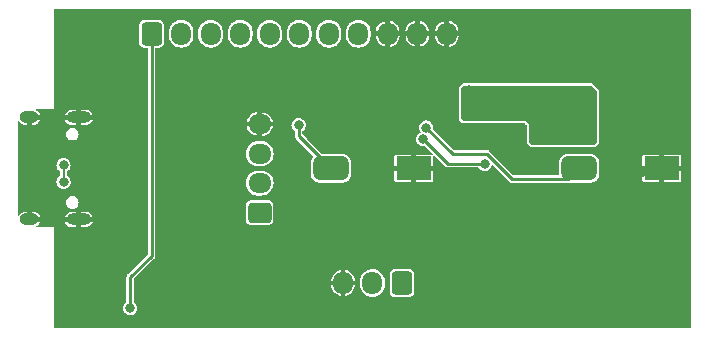
<source format=gbr>
%TF.GenerationSoftware,KiCad,Pcbnew,(5.99.0-13244-g73f40b11ee)*%
%TF.CreationDate,2021-12-22T23:44:12+01:00*%
%TF.ProjectId,TheKNOBDaughterboard,5468654b-4e4f-4424-9461-756768746572,rev?*%
%TF.SameCoordinates,Original*%
%TF.FileFunction,Copper,L2,Bot*%
%TF.FilePolarity,Positive*%
%FSLAX46Y46*%
G04 Gerber Fmt 4.6, Leading zero omitted, Abs format (unit mm)*
G04 Created by KiCad (PCBNEW (5.99.0-13244-g73f40b11ee)) date 2021-12-22 23:44:12*
%MOMM*%
%LPD*%
G01*
G04 APERTURE LIST*
G04 Aperture macros list*
%AMRoundRect*
0 Rectangle with rounded corners*
0 $1 Rounding radius*
0 $2 $3 $4 $5 $6 $7 $8 $9 X,Y pos of 4 corners*
0 Add a 4 corners polygon primitive as box body*
4,1,4,$2,$3,$4,$5,$6,$7,$8,$9,$2,$3,0*
0 Add four circle primitives for the rounded corners*
1,1,$1+$1,$2,$3*
1,1,$1+$1,$4,$5*
1,1,$1+$1,$6,$7*
1,1,$1+$1,$8,$9*
0 Add four rect primitives between the rounded corners*
20,1,$1+$1,$2,$3,$4,$5,0*
20,1,$1+$1,$4,$5,$6,$7,0*
20,1,$1+$1,$6,$7,$8,$9,0*
20,1,$1+$1,$8,$9,$2,$3,0*%
G04 Aperture macros list end*
%TA.AperFunction,SMDPad,CuDef*%
%ADD10RoundRect,0.500000X-1.000000X-0.500000X1.000000X-0.500000X1.000000X0.500000X-1.000000X0.500000X0*%
%TD*%
%TA.AperFunction,SMDPad,CuDef*%
%ADD11R,3.000000X2.000000*%
%TD*%
%TA.AperFunction,ComponentPad*%
%ADD12O,2.100000X1.000000*%
%TD*%
%TA.AperFunction,ComponentPad*%
%ADD13O,1.600000X1.000000*%
%TD*%
%TA.AperFunction,ComponentPad*%
%ADD14RoundRect,0.250000X0.600000X0.725000X-0.600000X0.725000X-0.600000X-0.725000X0.600000X-0.725000X0*%
%TD*%
%TA.AperFunction,ComponentPad*%
%ADD15O,1.700000X1.950000*%
%TD*%
%TA.AperFunction,ComponentPad*%
%ADD16RoundRect,0.250000X0.725000X-0.600000X0.725000X0.600000X-0.725000X0.600000X-0.725000X-0.600000X0*%
%TD*%
%TA.AperFunction,ComponentPad*%
%ADD17O,1.950000X1.700000*%
%TD*%
%TA.AperFunction,ComponentPad*%
%ADD18RoundRect,0.250000X-0.600000X-0.725000X0.600000X-0.725000X0.600000X0.725000X-0.600000X0.725000X0*%
%TD*%
%TA.AperFunction,ViaPad*%
%ADD19C,0.800000*%
%TD*%
%TA.AperFunction,ViaPad*%
%ADD20C,3.700000*%
%TD*%
%TA.AperFunction,Conductor*%
%ADD21C,0.250000*%
%TD*%
%TA.AperFunction,Conductor*%
%ADD22C,0.200000*%
%TD*%
G04 APERTURE END LIST*
D10*
%TO.P,SW2,1,1*%
%TO.N,/FunctionButton*%
X117500000Y-100000000D03*
D11*
%TO.P,SW2,2,2*%
%TO.N,GND*%
X124500000Y-100000000D03*
%TD*%
D10*
%TO.P,SW1,1,1*%
%TO.N,/ModButton*%
X96500000Y-100000000D03*
D11*
%TO.P,SW1,2,2*%
%TO.N,GND*%
X103500000Y-100000000D03*
%TD*%
D12*
%TO.P,J2,S1,SHIELD*%
%TO.N,GND*%
X75130000Y-95680000D03*
D13*
X70950000Y-95680000D03*
X70950000Y-104320000D03*
D12*
X75130000Y-104320000D03*
%TD*%
D14*
%TO.P,J3,1,Pin_1*%
%TO.N,/NC*%
X102500000Y-109700000D03*
D15*
%TO.P,J3,2,Pin_2*%
%TO.N,/SwitchEn*%
X100000000Y-109700000D03*
%TO.P,J3,3,Pin_3*%
%TO.N,GND*%
X97500000Y-109700000D03*
%TD*%
D16*
%TO.P,J4,1,Pin_1*%
%TO.N,Net-(J4-Pad1)*%
X90450000Y-103750000D03*
D17*
%TO.P,J4,2,Pin_2*%
%TO.N,/D-*%
X90450000Y-101250000D03*
%TO.P,J4,3,Pin_3*%
%TO.N,/D+*%
X90450000Y-98750000D03*
%TO.P,J4,4,Pin_4*%
%TO.N,GND*%
X90450000Y-96250000D03*
%TD*%
D18*
%TO.P,J5,1,Pin_1*%
%TO.N,/ChgStat*%
X81300000Y-88600000D03*
D15*
%TO.P,J5,2,Pin_2*%
%TO.N,/+5V_ADC*%
X83800000Y-88600000D03*
%TO.P,J5,3,Pin_3*%
%TO.N,/ModButton*%
X86300000Y-88600000D03*
%TO.P,J5,4,Pin_4*%
%TO.N,/VBat+_ADC*%
X88800000Y-88600000D03*
%TO.P,J5,5,Pin_5*%
%TO.N,/FunctionButton*%
X91300000Y-88600000D03*
%TO.P,J5,6,Pin_6*%
%TO.N,/3V3_Vcc*%
X93800000Y-88600000D03*
%TO.P,J5,7,Pin_7*%
X96300000Y-88600000D03*
%TO.P,J5,8,Pin_8*%
X98800000Y-88600000D03*
%TO.P,J5,9,Pin_9*%
%TO.N,GND*%
X101300000Y-88600000D03*
%TO.P,J5,10,Pin_10*%
X103800000Y-88600000D03*
%TO.P,J5,11,Pin_11*%
X106300000Y-88600000D03*
%TD*%
D19*
%TO.N,GND*%
X122040000Y-96880000D03*
X120990000Y-90330000D03*
X122190000Y-90830000D03*
X122190000Y-91930000D03*
X119690000Y-91930000D03*
X119690000Y-90830000D03*
X78500000Y-101000000D03*
X72300000Y-100000000D03*
X109850000Y-109200000D03*
X93700000Y-104650000D03*
X112250000Y-96900000D03*
X79700000Y-98850000D03*
X90650000Y-93600000D03*
X100900000Y-98700000D03*
X79780000Y-103330000D03*
X112250000Y-99100000D03*
X78800000Y-94800000D03*
X93100000Y-101100000D03*
X77580000Y-104500000D03*
X84850000Y-91900000D03*
X110900000Y-102800000D03*
X87300000Y-101500000D03*
X87700000Y-92600000D03*
X93100000Y-97950000D03*
X79300000Y-91350000D03*
X112200000Y-87600000D03*
D20*
X75000000Y-89000000D03*
D19*
X106750000Y-102700000D03*
X83100000Y-96200000D03*
X86800000Y-108300000D03*
X108900000Y-90850000D03*
X111900000Y-102800000D03*
X111500000Y-90750000D03*
D20*
X75000000Y-111000000D03*
D19*
X112250000Y-98000000D03*
X111200000Y-98000000D03*
X108850000Y-109200000D03*
X106600000Y-101000000D03*
X82450000Y-90500000D03*
X83050000Y-101400000D03*
X83050000Y-98450000D03*
X111200000Y-96900000D03*
X111200000Y-99100000D03*
X82600000Y-103700000D03*
X81500000Y-112500000D03*
X109300000Y-96900000D03*
X97800000Y-101700000D03*
X105600000Y-105450000D03*
X107850000Y-109200000D03*
X122780000Y-100431376D03*
X78100000Y-106200000D03*
%TO.N,/3V3_Vcc*%
X118150000Y-94000000D03*
X118125000Y-95100000D03*
X108200000Y-93400000D03*
X108200000Y-94500000D03*
X108200000Y-95600000D03*
X118125000Y-97300000D03*
X118125000Y-96200000D03*
%TO.N,/SwitchEn*%
X109500000Y-99600000D03*
X104300000Y-97525000D03*
%TO.N,/ModButton*%
X93750000Y-96350000D03*
%TO.N,/FunctionButton*%
X104550000Y-96550000D03*
%TO.N,/ChgStat*%
X79500000Y-111850000D03*
%TO.N,/C_D+*%
X73850000Y-99750000D03*
X73850000Y-101149500D03*
%TD*%
D21*
%TO.N,/SwitchEn*%
X106375000Y-99600000D02*
X109500000Y-99600000D01*
X104300000Y-97525000D02*
X106375000Y-99600000D01*
%TO.N,/ModButton*%
X93750000Y-97250000D02*
X96500000Y-100000000D01*
X93750000Y-96350000D02*
X93750000Y-97250000D01*
%TO.N,/FunctionButton*%
X117500000Y-100000000D02*
X116600000Y-100900000D01*
X104550000Y-96550000D02*
X106800000Y-98800000D01*
X106800000Y-98800000D02*
X109700000Y-98800000D01*
X111825000Y-100900000D02*
X109712500Y-98787500D01*
X116600000Y-100900000D02*
X111825000Y-100900000D01*
X109700000Y-98800000D02*
X109712500Y-98787500D01*
%TO.N,/ChgStat*%
X79500000Y-111850000D02*
X79500000Y-109200000D01*
X81300000Y-107400000D02*
X81300000Y-88600000D01*
X79500000Y-109200000D02*
X81300000Y-107400000D01*
D22*
%TO.N,/C_D+*%
X73850000Y-101149500D02*
X73850000Y-99750000D01*
%TD*%
%TA.AperFunction,Conductor*%
%TO.N,GND*%
G36*
X126985648Y-86514352D02*
G01*
X127000000Y-86549000D01*
X127000000Y-113451000D01*
X126985648Y-113485648D01*
X126951000Y-113500000D01*
X73049000Y-113500000D01*
X73014352Y-113485648D01*
X73000000Y-113451000D01*
X73000000Y-111850000D01*
X78894318Y-111850000D01*
X78914956Y-112006762D01*
X78916183Y-112009724D01*
X78916184Y-112009728D01*
X78974235Y-112149875D01*
X78975464Y-112152841D01*
X79071718Y-112278282D01*
X79197159Y-112374536D01*
X79200122Y-112375763D01*
X79200125Y-112375765D01*
X79340272Y-112433816D01*
X79340276Y-112433817D01*
X79343238Y-112435044D01*
X79346419Y-112435463D01*
X79346420Y-112435463D01*
X79496817Y-112455263D01*
X79500000Y-112455682D01*
X79503183Y-112455263D01*
X79653580Y-112435463D01*
X79653581Y-112435463D01*
X79656762Y-112435044D01*
X79659724Y-112433817D01*
X79659728Y-112433816D01*
X79799875Y-112375765D01*
X79799878Y-112375763D01*
X79802841Y-112374536D01*
X79928282Y-112278282D01*
X80024536Y-112152841D01*
X80025765Y-112149875D01*
X80083816Y-112009728D01*
X80083817Y-112009724D01*
X80085044Y-112006762D01*
X80105682Y-111850000D01*
X80085044Y-111693238D01*
X80083817Y-111690276D01*
X80083816Y-111690272D01*
X80025765Y-111550125D01*
X80025763Y-111550122D01*
X80024536Y-111547159D01*
X79928282Y-111421718D01*
X79844671Y-111357561D01*
X79825919Y-111325083D01*
X79825500Y-111318687D01*
X79825500Y-109907828D01*
X96503256Y-109907828D01*
X96515122Y-110024641D01*
X96516116Y-110029486D01*
X96575383Y-110218604D01*
X96577330Y-110223146D01*
X96673413Y-110396487D01*
X96676231Y-110400541D01*
X96805207Y-110551019D01*
X96808787Y-110554429D01*
X96965386Y-110675899D01*
X96969574Y-110678516D01*
X97147407Y-110766022D01*
X97152029Y-110767741D01*
X97290568Y-110803827D01*
X97297957Y-110802802D01*
X97300000Y-110800100D01*
X97300000Y-110796389D01*
X97700000Y-110796389D01*
X97702855Y-110803281D01*
X97707140Y-110805056D01*
X97747521Y-110798949D01*
X97752299Y-110797722D01*
X97938299Y-110729287D01*
X97942744Y-110727120D01*
X98111189Y-110622679D01*
X98115092Y-110619672D01*
X98259094Y-110483497D01*
X98262324Y-110479755D01*
X98375999Y-110317412D01*
X98378410Y-110313097D01*
X98457120Y-110131209D01*
X98458614Y-110126495D01*
X98499266Y-109931911D01*
X98499749Y-109928192D01*
X98499967Y-109924034D01*
X98500000Y-109922779D01*
X98500000Y-109909747D01*
X98497145Y-109902855D01*
X98490253Y-109900000D01*
X97709747Y-109900000D01*
X97702855Y-109902855D01*
X97700000Y-109909747D01*
X97700000Y-110796389D01*
X97300000Y-110796389D01*
X97300000Y-109909747D01*
X97297145Y-109902855D01*
X97290253Y-109900000D01*
X96512208Y-109900000D01*
X96505316Y-109902855D01*
X96503256Y-109907828D01*
X79825500Y-109907828D01*
X79825500Y-109876841D01*
X98949500Y-109876841D01*
X98949616Y-109878021D01*
X98949616Y-109878027D01*
X98952538Y-109907828D01*
X98964520Y-110030030D01*
X98965209Y-110032312D01*
X98965210Y-110032317D01*
X98993645Y-110126495D01*
X99024065Y-110227251D01*
X99025188Y-110229363D01*
X99119658Y-110407038D01*
X99119661Y-110407042D01*
X99120782Y-110409151D01*
X99250989Y-110568800D01*
X99409725Y-110700118D01*
X99590945Y-110798103D01*
X99787746Y-110859023D01*
X99790121Y-110859273D01*
X99790123Y-110859273D01*
X99990248Y-110880307D01*
X99990253Y-110880307D01*
X99992631Y-110880557D01*
X99995016Y-110880340D01*
X99995021Y-110880340D01*
X100095214Y-110871221D01*
X100197797Y-110861886D01*
X100390889Y-110805056D01*
X100393125Y-110804398D01*
X100393127Y-110804397D01*
X100395428Y-110803720D01*
X100467537Y-110766022D01*
X100575881Y-110709381D01*
X100575883Y-110709380D01*
X100577998Y-110708274D01*
X100688197Y-110619672D01*
X100736688Y-110580685D01*
X100736691Y-110580682D01*
X100738553Y-110579185D01*
X100748825Y-110566944D01*
X100796297Y-110510369D01*
X100822758Y-110478834D01*
X101449500Y-110478834D01*
X101449608Y-110479973D01*
X101449608Y-110479980D01*
X101452200Y-110507397D01*
X101452481Y-110510369D01*
X101453471Y-110513188D01*
X101473537Y-110570327D01*
X101497366Y-110638184D01*
X101577850Y-110747150D01*
X101686816Y-110827634D01*
X101690277Y-110828849D01*
X101690278Y-110828850D01*
X101782422Y-110861208D01*
X101814631Y-110872519D01*
X101817603Y-110872800D01*
X101845020Y-110875392D01*
X101845027Y-110875392D01*
X101846166Y-110875500D01*
X103153834Y-110875500D01*
X103154973Y-110875392D01*
X103154980Y-110875392D01*
X103182397Y-110872800D01*
X103185369Y-110872519D01*
X103217578Y-110861208D01*
X103309722Y-110828850D01*
X103309723Y-110828849D01*
X103313184Y-110827634D01*
X103422150Y-110747150D01*
X103502634Y-110638184D01*
X103526464Y-110570327D01*
X103546529Y-110513188D01*
X103547519Y-110510369D01*
X103547800Y-110507397D01*
X103550392Y-110479980D01*
X103550392Y-110479973D01*
X103550500Y-110478834D01*
X103550500Y-108921166D01*
X103550060Y-108916503D01*
X103547800Y-108892603D01*
X103547519Y-108889631D01*
X103532046Y-108845571D01*
X103503850Y-108765278D01*
X103503849Y-108765277D01*
X103502634Y-108761816D01*
X103422150Y-108652850D01*
X103313184Y-108572366D01*
X103309723Y-108571151D01*
X103309722Y-108571150D01*
X103188188Y-108528471D01*
X103185369Y-108527481D01*
X103182397Y-108527200D01*
X103154980Y-108524608D01*
X103154973Y-108524608D01*
X103153834Y-108524500D01*
X101846166Y-108524500D01*
X101845027Y-108524608D01*
X101845020Y-108524608D01*
X101817603Y-108527200D01*
X101814631Y-108527481D01*
X101811812Y-108528471D01*
X101690278Y-108571150D01*
X101690277Y-108571151D01*
X101686816Y-108572366D01*
X101577850Y-108652850D01*
X101497366Y-108761816D01*
X101496151Y-108765277D01*
X101496150Y-108765278D01*
X101467954Y-108845571D01*
X101452481Y-108889631D01*
X101452200Y-108892603D01*
X101449941Y-108916503D01*
X101449500Y-108921166D01*
X101449500Y-110478834D01*
X100822758Y-110478834D01*
X100870976Y-110421370D01*
X100928127Y-110317412D01*
X100969072Y-110242934D01*
X100969073Y-110242932D01*
X100970224Y-110240838D01*
X100975261Y-110224961D01*
X101005000Y-110131209D01*
X101032516Y-110044468D01*
X101045141Y-109931911D01*
X101050348Y-109885495D01*
X101050348Y-109885487D01*
X101050500Y-109884136D01*
X101050500Y-109523159D01*
X101049652Y-109514505D01*
X101035713Y-109372351D01*
X101035480Y-109369970D01*
X101030998Y-109355122D01*
X100987812Y-109212088D01*
X100975935Y-109172749D01*
X100930318Y-109086955D01*
X100880342Y-108992962D01*
X100880339Y-108992958D01*
X100879218Y-108990849D01*
X100749011Y-108831200D01*
X100590275Y-108699882D01*
X100409055Y-108601897D01*
X100212254Y-108540977D01*
X100209879Y-108540727D01*
X100209877Y-108540727D01*
X100009752Y-108519693D01*
X100009747Y-108519693D01*
X100007369Y-108519443D01*
X100004984Y-108519660D01*
X100004979Y-108519660D01*
X99908165Y-108528471D01*
X99802203Y-108538114D01*
X99685825Y-108572366D01*
X99606875Y-108595602D01*
X99606873Y-108595603D01*
X99604572Y-108596280D01*
X99602446Y-108597391D01*
X99602447Y-108597391D01*
X99458051Y-108672880D01*
X99422002Y-108691726D01*
X99340206Y-108757491D01*
X99263312Y-108819315D01*
X99263309Y-108819318D01*
X99261447Y-108820815D01*
X99259908Y-108822649D01*
X99259907Y-108822650D01*
X99240674Y-108845571D01*
X99129024Y-108978630D01*
X99127869Y-108980731D01*
X99046097Y-109129475D01*
X99029776Y-109159162D01*
X99029052Y-109161443D01*
X99029052Y-109161444D01*
X99024606Y-109175460D01*
X98967484Y-109355532D01*
X98965260Y-109375359D01*
X98951600Y-109497145D01*
X98949500Y-109515864D01*
X98949500Y-109876841D01*
X79825500Y-109876841D01*
X79825500Y-109490253D01*
X96500000Y-109490253D01*
X96502855Y-109497145D01*
X96509747Y-109500000D01*
X97290253Y-109500000D01*
X97297145Y-109497145D01*
X97300000Y-109490253D01*
X97700000Y-109490253D01*
X97702855Y-109497145D01*
X97709747Y-109500000D01*
X98487792Y-109500000D01*
X98494684Y-109497145D01*
X98496744Y-109492172D01*
X98484878Y-109375359D01*
X98483884Y-109370514D01*
X98424617Y-109181396D01*
X98422670Y-109176854D01*
X98326587Y-109003513D01*
X98323769Y-108999459D01*
X98194793Y-108848981D01*
X98191213Y-108845571D01*
X98034614Y-108724101D01*
X98030426Y-108721484D01*
X97852593Y-108633978D01*
X97847971Y-108632259D01*
X97709432Y-108596173D01*
X97702043Y-108597198D01*
X97700000Y-108599900D01*
X97700000Y-109490253D01*
X97300000Y-109490253D01*
X97300000Y-108603611D01*
X97297145Y-108596719D01*
X97292860Y-108594944D01*
X97252479Y-108601051D01*
X97247701Y-108602278D01*
X97061701Y-108670713D01*
X97057256Y-108672880D01*
X96888811Y-108777321D01*
X96884908Y-108780328D01*
X96740906Y-108916503D01*
X96737676Y-108920245D01*
X96624001Y-109082588D01*
X96621590Y-109086903D01*
X96542880Y-109268791D01*
X96541386Y-109273505D01*
X96500734Y-109468089D01*
X96500251Y-109471808D01*
X96500033Y-109475966D01*
X96500000Y-109477221D01*
X96500000Y-109490253D01*
X79825500Y-109490253D01*
X79825500Y-109355122D01*
X79839852Y-109320474D01*
X81518602Y-107641725D01*
X81521753Y-107638837D01*
X81553194Y-107612455D01*
X81573716Y-107576910D01*
X81576012Y-107573307D01*
X81597092Y-107543199D01*
X81597092Y-107543198D01*
X81599553Y-107539684D01*
X81601647Y-107531869D01*
X81606540Y-107520057D01*
X81610588Y-107513045D01*
X81617717Y-107472613D01*
X81618642Y-107468442D01*
X81628154Y-107432946D01*
X81628154Y-107432945D01*
X81629263Y-107428807D01*
X81625686Y-107387920D01*
X81625500Y-107383650D01*
X81625500Y-104403834D01*
X89274500Y-104403834D01*
X89277481Y-104435369D01*
X89278471Y-104438188D01*
X89308204Y-104522855D01*
X89322366Y-104563184D01*
X89402850Y-104672150D01*
X89511816Y-104752634D01*
X89515277Y-104753849D01*
X89515278Y-104753850D01*
X89617098Y-104789606D01*
X89639631Y-104797519D01*
X89642603Y-104797800D01*
X89670020Y-104800392D01*
X89670027Y-104800392D01*
X89671166Y-104800500D01*
X91228834Y-104800500D01*
X91229973Y-104800392D01*
X91229980Y-104800392D01*
X91257397Y-104797800D01*
X91260369Y-104797519D01*
X91282902Y-104789606D01*
X91384722Y-104753850D01*
X91384723Y-104753849D01*
X91388184Y-104752634D01*
X91497150Y-104672150D01*
X91577634Y-104563184D01*
X91591797Y-104522855D01*
X91621529Y-104438188D01*
X91622519Y-104435369D01*
X91625500Y-104403834D01*
X91625500Y-103096166D01*
X91622519Y-103064631D01*
X91577634Y-102936816D01*
X91497150Y-102827850D01*
X91388184Y-102747366D01*
X91384723Y-102746151D01*
X91384722Y-102746150D01*
X91263188Y-102703471D01*
X91260369Y-102702481D01*
X91257397Y-102702200D01*
X91229980Y-102699608D01*
X91229973Y-102699608D01*
X91228834Y-102699500D01*
X89671166Y-102699500D01*
X89670027Y-102699608D01*
X89670020Y-102699608D01*
X89642603Y-102702200D01*
X89639631Y-102702481D01*
X89636812Y-102703471D01*
X89515278Y-102746150D01*
X89515277Y-102746151D01*
X89511816Y-102747366D01*
X89402850Y-102827850D01*
X89322366Y-102936816D01*
X89277481Y-103064631D01*
X89274500Y-103096166D01*
X89274500Y-104403834D01*
X81625500Y-104403834D01*
X81625500Y-101242631D01*
X89269443Y-101242631D01*
X89269660Y-101245016D01*
X89269660Y-101245021D01*
X89278778Y-101345214D01*
X89288114Y-101447797D01*
X89346280Y-101645428D01*
X89441726Y-101827998D01*
X89449903Y-101838168D01*
X89569315Y-101986688D01*
X89569318Y-101986691D01*
X89570815Y-101988553D01*
X89728630Y-102120976D01*
X89730731Y-102122131D01*
X89907066Y-102219072D01*
X89907068Y-102219073D01*
X89909162Y-102220224D01*
X90105532Y-102282516D01*
X90169875Y-102289733D01*
X90264505Y-102300348D01*
X90264513Y-102300348D01*
X90265864Y-102300500D01*
X90626841Y-102300500D01*
X90628021Y-102300384D01*
X90628027Y-102300384D01*
X90685823Y-102294717D01*
X90780030Y-102285480D01*
X90782312Y-102284791D01*
X90782317Y-102284790D01*
X90888854Y-102252624D01*
X90977251Y-102225935D01*
X90992507Y-102217823D01*
X91157038Y-102130342D01*
X91157042Y-102130339D01*
X91159151Y-102129218D01*
X91318800Y-101999011D01*
X91450118Y-101840275D01*
X91540003Y-101674036D01*
X91546965Y-101661160D01*
X91546966Y-101661159D01*
X91548103Y-101659055D01*
X91609023Y-101462254D01*
X91610377Y-101449375D01*
X91630307Y-101259752D01*
X91630307Y-101259747D01*
X91630557Y-101257369D01*
X91630340Y-101254984D01*
X91630340Y-101254979D01*
X91616612Y-101104133D01*
X91611886Y-101052203D01*
X91553720Y-100854572D01*
X91458274Y-100672002D01*
X91379881Y-100574500D01*
X91330685Y-100513312D01*
X91330682Y-100513309D01*
X91329185Y-100511447D01*
X91171370Y-100379024D01*
X91028528Y-100300496D01*
X90992934Y-100280928D01*
X90992932Y-100280927D01*
X90990838Y-100279776D01*
X90974320Y-100274536D01*
X90933609Y-100261622D01*
X90794468Y-100217484D01*
X90725491Y-100209747D01*
X90635495Y-100199652D01*
X90635487Y-100199652D01*
X90634136Y-100199500D01*
X90273159Y-100199500D01*
X90271979Y-100199616D01*
X90271973Y-100199616D01*
X90214382Y-100205263D01*
X90119970Y-100214520D01*
X90117688Y-100215209D01*
X90117683Y-100215210D01*
X90011146Y-100247376D01*
X89922749Y-100274065D01*
X89920637Y-100275188D01*
X89742962Y-100369658D01*
X89742958Y-100369661D01*
X89740849Y-100370782D01*
X89581200Y-100500989D01*
X89449882Y-100659725D01*
X89351897Y-100840945D01*
X89290977Y-101037746D01*
X89290727Y-101040121D01*
X89290727Y-101040123D01*
X89270848Y-101229264D01*
X89269443Y-101242631D01*
X81625500Y-101242631D01*
X81625500Y-98742631D01*
X89269443Y-98742631D01*
X89269660Y-98745016D01*
X89269660Y-98745021D01*
X89275204Y-98805933D01*
X89288114Y-98947797D01*
X89309879Y-99021748D01*
X89340470Y-99125686D01*
X89346280Y-99145428D01*
X89353404Y-99159055D01*
X89406255Y-99260148D01*
X89441726Y-99327998D01*
X89476627Y-99371406D01*
X89569315Y-99486688D01*
X89569318Y-99486691D01*
X89570815Y-99488553D01*
X89728630Y-99620976D01*
X89730731Y-99622131D01*
X89907066Y-99719072D01*
X89907068Y-99719073D01*
X89909162Y-99720224D01*
X90105532Y-99782516D01*
X90169875Y-99789733D01*
X90264505Y-99800348D01*
X90264513Y-99800348D01*
X90265864Y-99800500D01*
X90626841Y-99800500D01*
X90628021Y-99800384D01*
X90628027Y-99800384D01*
X90685823Y-99794717D01*
X90780030Y-99785480D01*
X90782312Y-99784791D01*
X90782317Y-99784790D01*
X90888854Y-99752624D01*
X90977251Y-99725935D01*
X91021757Y-99702271D01*
X91157038Y-99630342D01*
X91157042Y-99630339D01*
X91159151Y-99629218D01*
X91318800Y-99499011D01*
X91450118Y-99340275D01*
X91541256Y-99171718D01*
X91546965Y-99161160D01*
X91546966Y-99161159D01*
X91548103Y-99159055D01*
X91609023Y-98962254D01*
X91610301Y-98950099D01*
X91630307Y-98759752D01*
X91630307Y-98759747D01*
X91630557Y-98757369D01*
X91630340Y-98754984D01*
X91630340Y-98754979D01*
X91621222Y-98654786D01*
X91611886Y-98552203D01*
X91553720Y-98354572D01*
X91458274Y-98172002D01*
X91392509Y-98090206D01*
X91330685Y-98013312D01*
X91330682Y-98013309D01*
X91329185Y-98011447D01*
X91171370Y-97879024D01*
X91034676Y-97803876D01*
X90992934Y-97780928D01*
X90992932Y-97780927D01*
X90990838Y-97779776D01*
X90794468Y-97717484D01*
X90730125Y-97710267D01*
X90635495Y-97699652D01*
X90635487Y-97699652D01*
X90634136Y-97699500D01*
X90273159Y-97699500D01*
X90271979Y-97699616D01*
X90271973Y-97699616D01*
X90214177Y-97705283D01*
X90119970Y-97714520D01*
X90117688Y-97715209D01*
X90117683Y-97715210D01*
X90011146Y-97747376D01*
X89922749Y-97774065D01*
X89920637Y-97775188D01*
X89742962Y-97869658D01*
X89742958Y-97869661D01*
X89740849Y-97870782D01*
X89581200Y-98000989D01*
X89449882Y-98159725D01*
X89351897Y-98340945D01*
X89290977Y-98537746D01*
X89290727Y-98540121D01*
X89290727Y-98540123D01*
X89284653Y-98597920D01*
X89269443Y-98742631D01*
X81625500Y-98742631D01*
X81625500Y-96457140D01*
X89344944Y-96457140D01*
X89351051Y-96497521D01*
X89352278Y-96502299D01*
X89420713Y-96688299D01*
X89422880Y-96692744D01*
X89527321Y-96861189D01*
X89530328Y-96865092D01*
X89666503Y-97009094D01*
X89670245Y-97012324D01*
X89832588Y-97125999D01*
X89836903Y-97128410D01*
X90018791Y-97207120D01*
X90023505Y-97208614D01*
X90218089Y-97249266D01*
X90221808Y-97249749D01*
X90225966Y-97249967D01*
X90227221Y-97250000D01*
X90240253Y-97250000D01*
X90247145Y-97247145D01*
X90250000Y-97240253D01*
X90250000Y-97237792D01*
X90650000Y-97237792D01*
X90652855Y-97244684D01*
X90657828Y-97246744D01*
X90774641Y-97234878D01*
X90779486Y-97233884D01*
X90968604Y-97174617D01*
X90973146Y-97172670D01*
X91146487Y-97076587D01*
X91150541Y-97073769D01*
X91301019Y-96944793D01*
X91304429Y-96941213D01*
X91425899Y-96784614D01*
X91428516Y-96780426D01*
X91516022Y-96602593D01*
X91517741Y-96597971D01*
X91553827Y-96459432D01*
X91552802Y-96452043D01*
X91550100Y-96450000D01*
X90659747Y-96450000D01*
X90652855Y-96452855D01*
X90650000Y-96459747D01*
X90650000Y-97237792D01*
X90250000Y-97237792D01*
X90250000Y-96459747D01*
X90247145Y-96452855D01*
X90240253Y-96450000D01*
X89353611Y-96450000D01*
X89346719Y-96452855D01*
X89344944Y-96457140D01*
X81625500Y-96457140D01*
X81625500Y-96350000D01*
X93144318Y-96350000D01*
X93164956Y-96506762D01*
X93166183Y-96509724D01*
X93166184Y-96509728D01*
X93224182Y-96649746D01*
X93225464Y-96652841D01*
X93321718Y-96778282D01*
X93324267Y-96780238D01*
X93405329Y-96842439D01*
X93424081Y-96874917D01*
X93424500Y-96881313D01*
X93424500Y-97233641D01*
X93424314Y-97237912D01*
X93420736Y-97278807D01*
X93421845Y-97282945D01*
X93421845Y-97282946D01*
X93431360Y-97318453D01*
X93432285Y-97322623D01*
X93439412Y-97363045D01*
X93441558Y-97366762D01*
X93443457Y-97370052D01*
X93448351Y-97381864D01*
X93450446Y-97389684D01*
X93452906Y-97393197D01*
X93473987Y-97423303D01*
X93476284Y-97426908D01*
X93496806Y-97462455D01*
X93520388Y-97482243D01*
X93528255Y-97488844D01*
X93531406Y-97491732D01*
X94989836Y-98950163D01*
X95004188Y-98984811D01*
X94989836Y-99019459D01*
X94944703Y-99064592D01*
X94912530Y-99117716D01*
X94858401Y-99207093D01*
X94858399Y-99207097D01*
X94856873Y-99209617D01*
X94855991Y-99212432D01*
X94806949Y-99368925D01*
X94806171Y-99371406D01*
X94799500Y-99444007D01*
X94799501Y-100555992D01*
X94799603Y-100557100D01*
X94799603Y-100557105D01*
X94805838Y-100624964D01*
X94806171Y-100628594D01*
X94806947Y-100631071D01*
X94806948Y-100631075D01*
X94834585Y-100719262D01*
X94856873Y-100790383D01*
X94858399Y-100792903D01*
X94858401Y-100792907D01*
X94887494Y-100840945D01*
X94944703Y-100935408D01*
X95064592Y-101055297D01*
X95138751Y-101100209D01*
X95207093Y-101141599D01*
X95207097Y-101141601D01*
X95209617Y-101143127D01*
X95231549Y-101150000D01*
X95368929Y-101193053D01*
X95368931Y-101193053D01*
X95371406Y-101193829D01*
X95373992Y-101194067D01*
X95373994Y-101194067D01*
X95398411Y-101196310D01*
X95444007Y-101200500D01*
X96497171Y-101200500D01*
X97555992Y-101200499D01*
X97557100Y-101200397D01*
X97557105Y-101200397D01*
X97626007Y-101194067D01*
X97626010Y-101194066D01*
X97628594Y-101193829D01*
X97631071Y-101193053D01*
X97631075Y-101193052D01*
X97768451Y-101150000D01*
X97790383Y-101143127D01*
X97792903Y-101141601D01*
X97792907Y-101141599D01*
X97861249Y-101100209D01*
X97935408Y-101055297D01*
X97978335Y-101012370D01*
X101850001Y-101012370D01*
X101850470Y-101017130D01*
X101857762Y-101053795D01*
X101861383Y-101062539D01*
X101889176Y-101104133D01*
X101895867Y-101110824D01*
X101937461Y-101138616D01*
X101946206Y-101142238D01*
X101982859Y-101149529D01*
X101987635Y-101150000D01*
X103290253Y-101150000D01*
X103297145Y-101147145D01*
X103300000Y-101140253D01*
X103300000Y-101140252D01*
X103700000Y-101140252D01*
X103702855Y-101147144D01*
X103709747Y-101149999D01*
X105012370Y-101149999D01*
X105017130Y-101149530D01*
X105053795Y-101142238D01*
X105062539Y-101138617D01*
X105104133Y-101110824D01*
X105110824Y-101104133D01*
X105138616Y-101062539D01*
X105142238Y-101053794D01*
X105149529Y-101017141D01*
X105150000Y-101012365D01*
X105150000Y-100209747D01*
X105147145Y-100202855D01*
X105140253Y-100200000D01*
X103709747Y-100200000D01*
X103702855Y-100202855D01*
X103700000Y-100209747D01*
X103700000Y-101140252D01*
X103300000Y-101140252D01*
X103300000Y-100209747D01*
X103297145Y-100202855D01*
X103290253Y-100200000D01*
X101859748Y-100200000D01*
X101852856Y-100202855D01*
X101850001Y-100209747D01*
X101850001Y-101012370D01*
X97978335Y-101012370D01*
X98055297Y-100935408D01*
X98112506Y-100840945D01*
X98141599Y-100792907D01*
X98141601Y-100792903D01*
X98143127Y-100790383D01*
X98192244Y-100633652D01*
X98193053Y-100631071D01*
X98193053Y-100631069D01*
X98193829Y-100628594D01*
X98200500Y-100555993D01*
X98200499Y-99790253D01*
X101850000Y-99790253D01*
X101852855Y-99797145D01*
X101859747Y-99800000D01*
X103290253Y-99800000D01*
X103297145Y-99797145D01*
X103300000Y-99790253D01*
X103300000Y-98859748D01*
X103297145Y-98852856D01*
X103290253Y-98850001D01*
X101987630Y-98850001D01*
X101982870Y-98850470D01*
X101946205Y-98857762D01*
X101937461Y-98861383D01*
X101895867Y-98889176D01*
X101889176Y-98895867D01*
X101861384Y-98937461D01*
X101857762Y-98946206D01*
X101850471Y-98982859D01*
X101850000Y-98987635D01*
X101850000Y-99790253D01*
X98200499Y-99790253D01*
X98200499Y-99444008D01*
X98200397Y-99442895D01*
X98194067Y-99373993D01*
X98194066Y-99373990D01*
X98193829Y-99371406D01*
X98193053Y-99368929D01*
X98193052Y-99368925D01*
X98144009Y-99212432D01*
X98143127Y-99209617D01*
X98141601Y-99207097D01*
X98141599Y-99207093D01*
X98087470Y-99117716D01*
X98055297Y-99064592D01*
X97935408Y-98944703D01*
X97797832Y-98861384D01*
X97792907Y-98858401D01*
X97792903Y-98858399D01*
X97790383Y-98856873D01*
X97723370Y-98835872D01*
X97631071Y-98806947D01*
X97631069Y-98806947D01*
X97628594Y-98806171D01*
X97626008Y-98805933D01*
X97626006Y-98805933D01*
X97601589Y-98803690D01*
X97555993Y-98799500D01*
X97462297Y-98799500D01*
X95780123Y-98799501D01*
X95745475Y-98785149D01*
X94485326Y-97525000D01*
X103694318Y-97525000D01*
X103694737Y-97528183D01*
X103709463Y-97640035D01*
X103714956Y-97681762D01*
X103716183Y-97684724D01*
X103716184Y-97684728D01*
X103774235Y-97824875D01*
X103775464Y-97827841D01*
X103871718Y-97953282D01*
X103997159Y-98049536D01*
X104000122Y-98050763D01*
X104000125Y-98050765D01*
X104140272Y-98108816D01*
X104140276Y-98108817D01*
X104143238Y-98110044D01*
X104146419Y-98110463D01*
X104146420Y-98110463D01*
X104296817Y-98130263D01*
X104300000Y-98130682D01*
X104303183Y-98130263D01*
X104404489Y-98116926D01*
X104440714Y-98126633D01*
X104445533Y-98130859D01*
X105087675Y-98773001D01*
X105102027Y-98807649D01*
X105087675Y-98842297D01*
X105053027Y-98856649D01*
X105043468Y-98855708D01*
X105017133Y-98850470D01*
X105012365Y-98850000D01*
X103709747Y-98850000D01*
X103702855Y-98852855D01*
X103700000Y-98859747D01*
X103700000Y-99790253D01*
X103702855Y-99797145D01*
X103709747Y-99800000D01*
X105140252Y-99800000D01*
X105147144Y-99797145D01*
X105149999Y-99790253D01*
X105149999Y-98987630D01*
X105149530Y-98982870D01*
X105144292Y-98956531D01*
X105151610Y-98919749D01*
X105182793Y-98898914D01*
X105219575Y-98906232D01*
X105226999Y-98912325D01*
X106133270Y-99818596D01*
X106136158Y-99821748D01*
X106159786Y-99849907D01*
X106159789Y-99849910D01*
X106162545Y-99853194D01*
X106166259Y-99855338D01*
X106198091Y-99873716D01*
X106201695Y-99876012D01*
X106235316Y-99899554D01*
X106242696Y-99901532D01*
X106243130Y-99901648D01*
X106254948Y-99906543D01*
X106255328Y-99906762D01*
X106261955Y-99910588D01*
X106266180Y-99911333D01*
X106302365Y-99917714D01*
X106306537Y-99918638D01*
X106346193Y-99929263D01*
X106387080Y-99925686D01*
X106391350Y-99925500D01*
X108968687Y-99925500D01*
X109003335Y-99939852D01*
X109007561Y-99944671D01*
X109071718Y-100028282D01*
X109197159Y-100124536D01*
X109200122Y-100125763D01*
X109200125Y-100125765D01*
X109340272Y-100183816D01*
X109340276Y-100183817D01*
X109343238Y-100185044D01*
X109346419Y-100185463D01*
X109346420Y-100185463D01*
X109496817Y-100205263D01*
X109500000Y-100205682D01*
X109503183Y-100205263D01*
X109653580Y-100185463D01*
X109653581Y-100185463D01*
X109656762Y-100185044D01*
X109659724Y-100183817D01*
X109659728Y-100183816D01*
X109799875Y-100125765D01*
X109799878Y-100125763D01*
X109802841Y-100124536D01*
X109928282Y-100028282D01*
X110024536Y-99902841D01*
X110025898Y-99899554D01*
X110083816Y-99759728D01*
X110083817Y-99759724D01*
X110085044Y-99756762D01*
X110087942Y-99734749D01*
X110106694Y-99702271D01*
X110142919Y-99692564D01*
X110171171Y-99706497D01*
X111583270Y-101118596D01*
X111586158Y-101121748D01*
X111609786Y-101149907D01*
X111609789Y-101149910D01*
X111612545Y-101153194D01*
X111616259Y-101155338D01*
X111648091Y-101173716D01*
X111651695Y-101176012D01*
X111685316Y-101199554D01*
X111692696Y-101201532D01*
X111693130Y-101201648D01*
X111704948Y-101206543D01*
X111705853Y-101207065D01*
X111711955Y-101210588D01*
X111716180Y-101211333D01*
X111752365Y-101217714D01*
X111756537Y-101218638D01*
X111764001Y-101220638D01*
X111796193Y-101229263D01*
X111837080Y-101225686D01*
X111841350Y-101225500D01*
X116583641Y-101225500D01*
X116587912Y-101225686D01*
X116624540Y-101228891D01*
X116624542Y-101228891D01*
X116628807Y-101229264D01*
X116642160Y-101225686D01*
X116644647Y-101225020D01*
X116668458Y-101218639D01*
X116672623Y-101217715D01*
X116689432Y-101214751D01*
X116708821Y-101211333D01*
X116708822Y-101211333D01*
X116713045Y-101210588D01*
X116719147Y-101207065D01*
X116743647Y-101200500D01*
X118318796Y-101200499D01*
X118555992Y-101200499D01*
X118557100Y-101200397D01*
X118557105Y-101200397D01*
X118626007Y-101194067D01*
X118626010Y-101194066D01*
X118628594Y-101193829D01*
X118631071Y-101193053D01*
X118631075Y-101193052D01*
X118768451Y-101150000D01*
X118790383Y-101143127D01*
X118792903Y-101141601D01*
X118792907Y-101141599D01*
X118861249Y-101100209D01*
X118935408Y-101055297D01*
X118978335Y-101012370D01*
X122850001Y-101012370D01*
X122850470Y-101017130D01*
X122857762Y-101053795D01*
X122861383Y-101062539D01*
X122889176Y-101104133D01*
X122895867Y-101110824D01*
X122937461Y-101138616D01*
X122946206Y-101142238D01*
X122982859Y-101149529D01*
X122987635Y-101150000D01*
X124290253Y-101150000D01*
X124297145Y-101147145D01*
X124300000Y-101140253D01*
X124300000Y-101140252D01*
X124700000Y-101140252D01*
X124702855Y-101147144D01*
X124709747Y-101149999D01*
X126012370Y-101149999D01*
X126017130Y-101149530D01*
X126053795Y-101142238D01*
X126062539Y-101138617D01*
X126104133Y-101110824D01*
X126110824Y-101104133D01*
X126138616Y-101062539D01*
X126142238Y-101053794D01*
X126149529Y-101017141D01*
X126150000Y-101012365D01*
X126150000Y-100209747D01*
X126147145Y-100202855D01*
X126140253Y-100200000D01*
X124709747Y-100200000D01*
X124702855Y-100202855D01*
X124700000Y-100209747D01*
X124700000Y-101140252D01*
X124300000Y-101140252D01*
X124300000Y-100209747D01*
X124297145Y-100202855D01*
X124290253Y-100200000D01*
X122859748Y-100200000D01*
X122852856Y-100202855D01*
X122850001Y-100209747D01*
X122850001Y-101012370D01*
X118978335Y-101012370D01*
X119055297Y-100935408D01*
X119112506Y-100840945D01*
X119141599Y-100792907D01*
X119141601Y-100792903D01*
X119143127Y-100790383D01*
X119192244Y-100633652D01*
X119193053Y-100631071D01*
X119193053Y-100631069D01*
X119193829Y-100628594D01*
X119200500Y-100555993D01*
X119200499Y-99790253D01*
X122850000Y-99790253D01*
X122852855Y-99797145D01*
X122859747Y-99800000D01*
X124290253Y-99800000D01*
X124297145Y-99797145D01*
X124300000Y-99790253D01*
X124700000Y-99790253D01*
X124702855Y-99797145D01*
X124709747Y-99800000D01*
X126140252Y-99800000D01*
X126147144Y-99797145D01*
X126149999Y-99790253D01*
X126149999Y-98987630D01*
X126149530Y-98982870D01*
X126142238Y-98946205D01*
X126138617Y-98937461D01*
X126110824Y-98895867D01*
X126104133Y-98889176D01*
X126062539Y-98861384D01*
X126053794Y-98857762D01*
X126017141Y-98850471D01*
X126012365Y-98850000D01*
X124709747Y-98850000D01*
X124702855Y-98852855D01*
X124700000Y-98859747D01*
X124700000Y-99790253D01*
X124300000Y-99790253D01*
X124300000Y-98859748D01*
X124297145Y-98852856D01*
X124290253Y-98850001D01*
X122987630Y-98850001D01*
X122982870Y-98850470D01*
X122946205Y-98857762D01*
X122937461Y-98861383D01*
X122895867Y-98889176D01*
X122889176Y-98895867D01*
X122861384Y-98937461D01*
X122857762Y-98946206D01*
X122850471Y-98982859D01*
X122850000Y-98987635D01*
X122850000Y-99790253D01*
X119200499Y-99790253D01*
X119200499Y-99444008D01*
X119200397Y-99442895D01*
X119194067Y-99373993D01*
X119194066Y-99373990D01*
X119193829Y-99371406D01*
X119193053Y-99368929D01*
X119193052Y-99368925D01*
X119144009Y-99212432D01*
X119143127Y-99209617D01*
X119141601Y-99207097D01*
X119141599Y-99207093D01*
X119087470Y-99117716D01*
X119055297Y-99064592D01*
X118935408Y-98944703D01*
X118797832Y-98861384D01*
X118792907Y-98858401D01*
X118792903Y-98858399D01*
X118790383Y-98856873D01*
X118723370Y-98835872D01*
X118631071Y-98806947D01*
X118631069Y-98806947D01*
X118628594Y-98806171D01*
X118626008Y-98805933D01*
X118626006Y-98805933D01*
X118601589Y-98803690D01*
X118555993Y-98799500D01*
X117502829Y-98799500D01*
X116444008Y-98799501D01*
X116442900Y-98799603D01*
X116442895Y-98799603D01*
X116373993Y-98805933D01*
X116373990Y-98805934D01*
X116371406Y-98806171D01*
X116368929Y-98806947D01*
X116368925Y-98806948D01*
X116256129Y-98842297D01*
X116209617Y-98856873D01*
X116207097Y-98858399D01*
X116207093Y-98858401D01*
X116202168Y-98861384D01*
X116064592Y-98944703D01*
X115944703Y-99064592D01*
X115912530Y-99117716D01*
X115858401Y-99207093D01*
X115858399Y-99207097D01*
X115856873Y-99209617D01*
X115855991Y-99212432D01*
X115806949Y-99368925D01*
X115806171Y-99371406D01*
X115799500Y-99444007D01*
X115799500Y-99445124D01*
X115799501Y-100525500D01*
X115785149Y-100560148D01*
X115750501Y-100574500D01*
X111980122Y-100574500D01*
X111945474Y-100560148D01*
X109983248Y-98597922D01*
X109983247Y-98597920D01*
X109902080Y-98516753D01*
X109879751Y-98506340D01*
X109872358Y-98502071D01*
X109855698Y-98490406D01*
X109855696Y-98490405D01*
X109852184Y-98487946D01*
X109848045Y-98486837D01*
X109848043Y-98486836D01*
X109828396Y-98481572D01*
X109820375Y-98478653D01*
X109798046Y-98468241D01*
X109781260Y-98466773D01*
X109773507Y-98466094D01*
X109765096Y-98464610D01*
X109745448Y-98459345D01*
X109745444Y-98459345D01*
X109741307Y-98458236D01*
X109737041Y-98458609D01*
X109737039Y-98458609D01*
X109716769Y-98460382D01*
X109708231Y-98460382D01*
X109687961Y-98458609D01*
X109687959Y-98458609D01*
X109683693Y-98458236D01*
X109679556Y-98459345D01*
X109679552Y-98459345D01*
X109659903Y-98464610D01*
X109651492Y-98466093D01*
X109631229Y-98467866D01*
X109631223Y-98467868D01*
X109626955Y-98468241D01*
X109623070Y-98470053D01*
X109618930Y-98471162D01*
X109618862Y-98470910D01*
X109602670Y-98474500D01*
X106955122Y-98474500D01*
X106920474Y-98460148D01*
X105155859Y-96695533D01*
X105141507Y-96660885D01*
X105141926Y-96654489D01*
X105155263Y-96553183D01*
X105155682Y-96550000D01*
X105135044Y-96393238D01*
X105133817Y-96390276D01*
X105133816Y-96390272D01*
X105075765Y-96250125D01*
X105075763Y-96250122D01*
X105074536Y-96247159D01*
X104978282Y-96121718D01*
X104943485Y-96095017D01*
X104884817Y-96050000D01*
X104852841Y-96025464D01*
X104849878Y-96024237D01*
X104849875Y-96024235D01*
X104709728Y-95966184D01*
X104709724Y-95966183D01*
X104706762Y-95964956D01*
X104703581Y-95964537D01*
X104703580Y-95964537D01*
X104553183Y-95944737D01*
X104550000Y-95944318D01*
X104546817Y-95944737D01*
X104396420Y-95964537D01*
X104396419Y-95964537D01*
X104393238Y-95964956D01*
X104390276Y-95966183D01*
X104390272Y-95966184D01*
X104250125Y-96024235D01*
X104250122Y-96024237D01*
X104247159Y-96025464D01*
X104215183Y-96050000D01*
X104156516Y-96095017D01*
X104121718Y-96121718D01*
X104025464Y-96247159D01*
X104024237Y-96250122D01*
X104024235Y-96250125D01*
X103966184Y-96390272D01*
X103966183Y-96390276D01*
X103964956Y-96393238D01*
X103944318Y-96550000D01*
X103944737Y-96553183D01*
X103963111Y-96692744D01*
X103964956Y-96706762D01*
X103966183Y-96709724D01*
X103966184Y-96709728D01*
X103997203Y-96784614D01*
X104025464Y-96852841D01*
X104027417Y-96855387D01*
X104027421Y-96855393D01*
X104065718Y-96905302D01*
X104075425Y-96941527D01*
X104056673Y-96974005D01*
X104045597Y-96980400D01*
X103997159Y-97000464D01*
X103871718Y-97096718D01*
X103775464Y-97222159D01*
X103774237Y-97225122D01*
X103774235Y-97225125D01*
X103716184Y-97365272D01*
X103716183Y-97365276D01*
X103714956Y-97368238D01*
X103714537Y-97371419D01*
X103714537Y-97371420D01*
X103713982Y-97375637D01*
X103694318Y-97525000D01*
X94485326Y-97525000D01*
X94089852Y-97129526D01*
X94075500Y-97094878D01*
X94075500Y-96881313D01*
X94089852Y-96846665D01*
X94094671Y-96842439D01*
X94175733Y-96780238D01*
X94178282Y-96778282D01*
X94274536Y-96652841D01*
X94275818Y-96649746D01*
X94333816Y-96509728D01*
X94333817Y-96509724D01*
X94335044Y-96506762D01*
X94355682Y-96350000D01*
X94347477Y-96287674D01*
X94335463Y-96196420D01*
X94335463Y-96196419D01*
X94335044Y-96193238D01*
X94333817Y-96190276D01*
X94333816Y-96190272D01*
X94275765Y-96050125D01*
X94275763Y-96050122D01*
X94274536Y-96047159D01*
X94178282Y-95921718D01*
X94136617Y-95889747D01*
X94055390Y-95827420D01*
X94052841Y-95825464D01*
X94049878Y-95824237D01*
X94049875Y-95824235D01*
X93909728Y-95766184D01*
X93909724Y-95766183D01*
X93906762Y-95764956D01*
X93903581Y-95764537D01*
X93903580Y-95764537D01*
X93753183Y-95744737D01*
X93750000Y-95744318D01*
X93746817Y-95744737D01*
X93596420Y-95764537D01*
X93596419Y-95764537D01*
X93593238Y-95764956D01*
X93590276Y-95766183D01*
X93590272Y-95766184D01*
X93450125Y-95824235D01*
X93450122Y-95824237D01*
X93447159Y-95825464D01*
X93444610Y-95827420D01*
X93363384Y-95889747D01*
X93321718Y-95921718D01*
X93225464Y-96047159D01*
X93224237Y-96050122D01*
X93224235Y-96050125D01*
X93166184Y-96190272D01*
X93166183Y-96190276D01*
X93164956Y-96193238D01*
X93164537Y-96196419D01*
X93164537Y-96196420D01*
X93152523Y-96287674D01*
X93144318Y-96350000D01*
X81625500Y-96350000D01*
X81625500Y-96040568D01*
X89346173Y-96040568D01*
X89347198Y-96047957D01*
X89349900Y-96050000D01*
X90240253Y-96050000D01*
X90247145Y-96047145D01*
X90250000Y-96040253D01*
X90650000Y-96040253D01*
X90652855Y-96047145D01*
X90659747Y-96050000D01*
X91546389Y-96050000D01*
X91553281Y-96047145D01*
X91555056Y-96042860D01*
X91548949Y-96002479D01*
X91547722Y-95997701D01*
X91479287Y-95811701D01*
X91477120Y-95807256D01*
X91429035Y-95729704D01*
X107300000Y-95729704D01*
X107315225Y-95806242D01*
X107329577Y-95840890D01*
X107372931Y-95905773D01*
X107594227Y-96127069D01*
X107659110Y-96170423D01*
X107693758Y-96184775D01*
X107696121Y-96185245D01*
X107696124Y-96185246D01*
X107721392Y-96190272D01*
X107770296Y-96200000D01*
X108153628Y-96200000D01*
X108160023Y-96200419D01*
X108200000Y-96205682D01*
X108239977Y-96200419D01*
X108246372Y-96200000D01*
X112896862Y-96200000D01*
X112931510Y-96214352D01*
X113035648Y-96318490D01*
X113050000Y-96353138D01*
X113050000Y-97729704D01*
X113050471Y-97732070D01*
X113060190Y-97780928D01*
X113065225Y-97806242D01*
X113079577Y-97840890D01*
X113122931Y-97905773D01*
X113344227Y-98127069D01*
X113409110Y-98170423D01*
X113443758Y-98184775D01*
X113446121Y-98185245D01*
X113446124Y-98185246D01*
X113482027Y-98192388D01*
X113520296Y-98200000D01*
X118729704Y-98200000D01*
X118767973Y-98192387D01*
X118803876Y-98185246D01*
X118803879Y-98185245D01*
X118806242Y-98184775D01*
X118840890Y-98170423D01*
X118905773Y-98127069D01*
X119127069Y-97905773D01*
X119170423Y-97840890D01*
X119184775Y-97806242D01*
X119189811Y-97780928D01*
X119199529Y-97732070D01*
X119200000Y-97729704D01*
X119200000Y-93520296D01*
X119184775Y-93443758D01*
X119170423Y-93409110D01*
X119127069Y-93344227D01*
X118655773Y-92872931D01*
X118590890Y-92829577D01*
X118556242Y-92815225D01*
X118553879Y-92814755D01*
X118553876Y-92814754D01*
X118517973Y-92807613D01*
X118479704Y-92800000D01*
X108246372Y-92800000D01*
X108239976Y-92799581D01*
X108203183Y-92794737D01*
X108200000Y-92794318D01*
X108196817Y-92794737D01*
X108160024Y-92799581D01*
X108153628Y-92800000D01*
X107770296Y-92800000D01*
X107732027Y-92807613D01*
X107696124Y-92814754D01*
X107696121Y-92814755D01*
X107693758Y-92815225D01*
X107659110Y-92829577D01*
X107594227Y-92872931D01*
X107372931Y-93094227D01*
X107329577Y-93159110D01*
X107315225Y-93193758D01*
X107300000Y-93270296D01*
X107300000Y-95729704D01*
X91429035Y-95729704D01*
X91372679Y-95638811D01*
X91369672Y-95634908D01*
X91233497Y-95490906D01*
X91229755Y-95487676D01*
X91067412Y-95374001D01*
X91063097Y-95371590D01*
X90881209Y-95292880D01*
X90876495Y-95291386D01*
X90681911Y-95250734D01*
X90678192Y-95250251D01*
X90674034Y-95250033D01*
X90672779Y-95250000D01*
X90659747Y-95250000D01*
X90652855Y-95252855D01*
X90650000Y-95259747D01*
X90650000Y-96040253D01*
X90250000Y-96040253D01*
X90250000Y-95262208D01*
X90247145Y-95255316D01*
X90242172Y-95253256D01*
X90125359Y-95265122D01*
X90120514Y-95266116D01*
X89931396Y-95325383D01*
X89926854Y-95327330D01*
X89753513Y-95423413D01*
X89749459Y-95426231D01*
X89598981Y-95555207D01*
X89595571Y-95558787D01*
X89474101Y-95715386D01*
X89471484Y-95719574D01*
X89383978Y-95897407D01*
X89382259Y-95902029D01*
X89346173Y-96040568D01*
X81625500Y-96040568D01*
X81625500Y-89824500D01*
X81639852Y-89789852D01*
X81674500Y-89775500D01*
X81953834Y-89775500D01*
X81954973Y-89775392D01*
X81954980Y-89775392D01*
X81982397Y-89772800D01*
X81985369Y-89772519D01*
X82017578Y-89761208D01*
X82109722Y-89728850D01*
X82109723Y-89728849D01*
X82113184Y-89727634D01*
X82222150Y-89647150D01*
X82302634Y-89538184D01*
X82326464Y-89470327D01*
X82346529Y-89413188D01*
X82347519Y-89410369D01*
X82347800Y-89407397D01*
X82350392Y-89379980D01*
X82350392Y-89379973D01*
X82350500Y-89378834D01*
X82350500Y-88776841D01*
X82749500Y-88776841D01*
X82749616Y-88778021D01*
X82749616Y-88778027D01*
X82752538Y-88807828D01*
X82764520Y-88930030D01*
X82765209Y-88932312D01*
X82765210Y-88932317D01*
X82793645Y-89026495D01*
X82824065Y-89127251D01*
X82825188Y-89129363D01*
X82919658Y-89307038D01*
X82919661Y-89307042D01*
X82920782Y-89309151D01*
X83050989Y-89468800D01*
X83209725Y-89600118D01*
X83390945Y-89698103D01*
X83587746Y-89759023D01*
X83590121Y-89759273D01*
X83590123Y-89759273D01*
X83790248Y-89780307D01*
X83790253Y-89780307D01*
X83792631Y-89780557D01*
X83795016Y-89780340D01*
X83795021Y-89780340D01*
X83895214Y-89771222D01*
X83997797Y-89761886D01*
X84190889Y-89705056D01*
X84193125Y-89704398D01*
X84193127Y-89704397D01*
X84195428Y-89703720D01*
X84267537Y-89666022D01*
X84375881Y-89609381D01*
X84375883Y-89609380D01*
X84377998Y-89608274D01*
X84488197Y-89519672D01*
X84536688Y-89480685D01*
X84536691Y-89480682D01*
X84538553Y-89479185D01*
X84548825Y-89466944D01*
X84596297Y-89410369D01*
X84670976Y-89321370D01*
X84728127Y-89217412D01*
X84769072Y-89142934D01*
X84769073Y-89142932D01*
X84770224Y-89140838D01*
X84775261Y-89124961D01*
X84805000Y-89031209D01*
X84832516Y-88944468D01*
X84845141Y-88831911D01*
X84850348Y-88785495D01*
X84850348Y-88785487D01*
X84850500Y-88784136D01*
X84850500Y-88776841D01*
X85249500Y-88776841D01*
X85249616Y-88778021D01*
X85249616Y-88778027D01*
X85252538Y-88807828D01*
X85264520Y-88930030D01*
X85265209Y-88932312D01*
X85265210Y-88932317D01*
X85293645Y-89026495D01*
X85324065Y-89127251D01*
X85325188Y-89129363D01*
X85419658Y-89307038D01*
X85419661Y-89307042D01*
X85420782Y-89309151D01*
X85550989Y-89468800D01*
X85709725Y-89600118D01*
X85890945Y-89698103D01*
X86087746Y-89759023D01*
X86090121Y-89759273D01*
X86090123Y-89759273D01*
X86290248Y-89780307D01*
X86290253Y-89780307D01*
X86292631Y-89780557D01*
X86295016Y-89780340D01*
X86295021Y-89780340D01*
X86395214Y-89771222D01*
X86497797Y-89761886D01*
X86690889Y-89705056D01*
X86693125Y-89704398D01*
X86693127Y-89704397D01*
X86695428Y-89703720D01*
X86767537Y-89666022D01*
X86875881Y-89609381D01*
X86875883Y-89609380D01*
X86877998Y-89608274D01*
X86988197Y-89519672D01*
X87036688Y-89480685D01*
X87036691Y-89480682D01*
X87038553Y-89479185D01*
X87048825Y-89466944D01*
X87096297Y-89410369D01*
X87170976Y-89321370D01*
X87228127Y-89217412D01*
X87269072Y-89142934D01*
X87269073Y-89142932D01*
X87270224Y-89140838D01*
X87275261Y-89124961D01*
X87305000Y-89031209D01*
X87332516Y-88944468D01*
X87345141Y-88831911D01*
X87350348Y-88785495D01*
X87350348Y-88785487D01*
X87350500Y-88784136D01*
X87350500Y-88776841D01*
X87749500Y-88776841D01*
X87749616Y-88778021D01*
X87749616Y-88778027D01*
X87752538Y-88807828D01*
X87764520Y-88930030D01*
X87765209Y-88932312D01*
X87765210Y-88932317D01*
X87793645Y-89026495D01*
X87824065Y-89127251D01*
X87825188Y-89129363D01*
X87919658Y-89307038D01*
X87919661Y-89307042D01*
X87920782Y-89309151D01*
X88050989Y-89468800D01*
X88209725Y-89600118D01*
X88390945Y-89698103D01*
X88587746Y-89759023D01*
X88590121Y-89759273D01*
X88590123Y-89759273D01*
X88790248Y-89780307D01*
X88790253Y-89780307D01*
X88792631Y-89780557D01*
X88795016Y-89780340D01*
X88795021Y-89780340D01*
X88895214Y-89771222D01*
X88997797Y-89761886D01*
X89190889Y-89705056D01*
X89193125Y-89704398D01*
X89193127Y-89704397D01*
X89195428Y-89703720D01*
X89267537Y-89666022D01*
X89375881Y-89609381D01*
X89375883Y-89609380D01*
X89377998Y-89608274D01*
X89488197Y-89519672D01*
X89536688Y-89480685D01*
X89536691Y-89480682D01*
X89538553Y-89479185D01*
X89548825Y-89466944D01*
X89596297Y-89410369D01*
X89670976Y-89321370D01*
X89728127Y-89217412D01*
X89769072Y-89142934D01*
X89769073Y-89142932D01*
X89770224Y-89140838D01*
X89775261Y-89124961D01*
X89805000Y-89031209D01*
X89832516Y-88944468D01*
X89845141Y-88831911D01*
X89850348Y-88785495D01*
X89850348Y-88785487D01*
X89850500Y-88784136D01*
X89850500Y-88776841D01*
X90249500Y-88776841D01*
X90249616Y-88778021D01*
X90249616Y-88778027D01*
X90252538Y-88807828D01*
X90264520Y-88930030D01*
X90265209Y-88932312D01*
X90265210Y-88932317D01*
X90293645Y-89026495D01*
X90324065Y-89127251D01*
X90325188Y-89129363D01*
X90419658Y-89307038D01*
X90419661Y-89307042D01*
X90420782Y-89309151D01*
X90550989Y-89468800D01*
X90709725Y-89600118D01*
X90890945Y-89698103D01*
X91087746Y-89759023D01*
X91090121Y-89759273D01*
X91090123Y-89759273D01*
X91290248Y-89780307D01*
X91290253Y-89780307D01*
X91292631Y-89780557D01*
X91295016Y-89780340D01*
X91295021Y-89780340D01*
X91395214Y-89771222D01*
X91497797Y-89761886D01*
X91690889Y-89705056D01*
X91693125Y-89704398D01*
X91693127Y-89704397D01*
X91695428Y-89703720D01*
X91767537Y-89666022D01*
X91875881Y-89609381D01*
X91875883Y-89609380D01*
X91877998Y-89608274D01*
X91988197Y-89519672D01*
X92036688Y-89480685D01*
X92036691Y-89480682D01*
X92038553Y-89479185D01*
X92048825Y-89466944D01*
X92096297Y-89410369D01*
X92170976Y-89321370D01*
X92228127Y-89217412D01*
X92269072Y-89142934D01*
X92269073Y-89142932D01*
X92270224Y-89140838D01*
X92275261Y-89124961D01*
X92305000Y-89031209D01*
X92332516Y-88944468D01*
X92345141Y-88831911D01*
X92350348Y-88785495D01*
X92350348Y-88785487D01*
X92350500Y-88784136D01*
X92350500Y-88776841D01*
X92749500Y-88776841D01*
X92749616Y-88778021D01*
X92749616Y-88778027D01*
X92752538Y-88807828D01*
X92764520Y-88930030D01*
X92765209Y-88932312D01*
X92765210Y-88932317D01*
X92793645Y-89026495D01*
X92824065Y-89127251D01*
X92825188Y-89129363D01*
X92919658Y-89307038D01*
X92919661Y-89307042D01*
X92920782Y-89309151D01*
X93050989Y-89468800D01*
X93209725Y-89600118D01*
X93390945Y-89698103D01*
X93587746Y-89759023D01*
X93590121Y-89759273D01*
X93590123Y-89759273D01*
X93790248Y-89780307D01*
X93790253Y-89780307D01*
X93792631Y-89780557D01*
X93795016Y-89780340D01*
X93795021Y-89780340D01*
X93895214Y-89771222D01*
X93997797Y-89761886D01*
X94190889Y-89705056D01*
X94193125Y-89704398D01*
X94193127Y-89704397D01*
X94195428Y-89703720D01*
X94267537Y-89666022D01*
X94375881Y-89609381D01*
X94375883Y-89609380D01*
X94377998Y-89608274D01*
X94488197Y-89519672D01*
X94536688Y-89480685D01*
X94536691Y-89480682D01*
X94538553Y-89479185D01*
X94548825Y-89466944D01*
X94596297Y-89410369D01*
X94670976Y-89321370D01*
X94728127Y-89217412D01*
X94769072Y-89142934D01*
X94769073Y-89142932D01*
X94770224Y-89140838D01*
X94775261Y-89124961D01*
X94805000Y-89031209D01*
X94832516Y-88944468D01*
X94845141Y-88831911D01*
X94850348Y-88785495D01*
X94850348Y-88785487D01*
X94850500Y-88784136D01*
X94850500Y-88776841D01*
X95249500Y-88776841D01*
X95249616Y-88778021D01*
X95249616Y-88778027D01*
X95252538Y-88807828D01*
X95264520Y-88930030D01*
X95265209Y-88932312D01*
X95265210Y-88932317D01*
X95293645Y-89026495D01*
X95324065Y-89127251D01*
X95325188Y-89129363D01*
X95419658Y-89307038D01*
X95419661Y-89307042D01*
X95420782Y-89309151D01*
X95550989Y-89468800D01*
X95709725Y-89600118D01*
X95890945Y-89698103D01*
X96087746Y-89759023D01*
X96090121Y-89759273D01*
X96090123Y-89759273D01*
X96290248Y-89780307D01*
X96290253Y-89780307D01*
X96292631Y-89780557D01*
X96295016Y-89780340D01*
X96295021Y-89780340D01*
X96395214Y-89771222D01*
X96497797Y-89761886D01*
X96690889Y-89705056D01*
X96693125Y-89704398D01*
X96693127Y-89704397D01*
X96695428Y-89703720D01*
X96767537Y-89666022D01*
X96875881Y-89609381D01*
X96875883Y-89609380D01*
X96877998Y-89608274D01*
X96988197Y-89519672D01*
X97036688Y-89480685D01*
X97036691Y-89480682D01*
X97038553Y-89479185D01*
X97048825Y-89466944D01*
X97096297Y-89410369D01*
X97170976Y-89321370D01*
X97228127Y-89217412D01*
X97269072Y-89142934D01*
X97269073Y-89142932D01*
X97270224Y-89140838D01*
X97275261Y-89124961D01*
X97305000Y-89031209D01*
X97332516Y-88944468D01*
X97345141Y-88831911D01*
X97350348Y-88785495D01*
X97350348Y-88785487D01*
X97350500Y-88784136D01*
X97350500Y-88776841D01*
X97749500Y-88776841D01*
X97749616Y-88778021D01*
X97749616Y-88778027D01*
X97752538Y-88807828D01*
X97764520Y-88930030D01*
X97765209Y-88932312D01*
X97765210Y-88932317D01*
X97793645Y-89026495D01*
X97824065Y-89127251D01*
X97825188Y-89129363D01*
X97919658Y-89307038D01*
X97919661Y-89307042D01*
X97920782Y-89309151D01*
X98050989Y-89468800D01*
X98209725Y-89600118D01*
X98390945Y-89698103D01*
X98587746Y-89759023D01*
X98590121Y-89759273D01*
X98590123Y-89759273D01*
X98790248Y-89780307D01*
X98790253Y-89780307D01*
X98792631Y-89780557D01*
X98795016Y-89780340D01*
X98795021Y-89780340D01*
X98895214Y-89771222D01*
X98997797Y-89761886D01*
X99190889Y-89705056D01*
X99193125Y-89704398D01*
X99193127Y-89704397D01*
X99195428Y-89703720D01*
X99267537Y-89666022D01*
X99375881Y-89609381D01*
X99375883Y-89609380D01*
X99377998Y-89608274D01*
X99488197Y-89519672D01*
X99536688Y-89480685D01*
X99536691Y-89480682D01*
X99538553Y-89479185D01*
X99548825Y-89466944D01*
X99596297Y-89410369D01*
X99670976Y-89321370D01*
X99728127Y-89217412D01*
X99769072Y-89142934D01*
X99769073Y-89142932D01*
X99770224Y-89140838D01*
X99775261Y-89124961D01*
X99805000Y-89031209D01*
X99832516Y-88944468D01*
X99845141Y-88831911D01*
X99847843Y-88807828D01*
X100303256Y-88807828D01*
X100315122Y-88924641D01*
X100316116Y-88929486D01*
X100375383Y-89118604D01*
X100377330Y-89123146D01*
X100473413Y-89296487D01*
X100476231Y-89300541D01*
X100605207Y-89451019D01*
X100608787Y-89454429D01*
X100765386Y-89575899D01*
X100769574Y-89578516D01*
X100947407Y-89666022D01*
X100952029Y-89667741D01*
X101090568Y-89703827D01*
X101097957Y-89702802D01*
X101100000Y-89700100D01*
X101100000Y-89696389D01*
X101500000Y-89696389D01*
X101502855Y-89703281D01*
X101507140Y-89705056D01*
X101547521Y-89698949D01*
X101552299Y-89697722D01*
X101738299Y-89629287D01*
X101742744Y-89627120D01*
X101911189Y-89522679D01*
X101915092Y-89519672D01*
X102059094Y-89383497D01*
X102062324Y-89379755D01*
X102175999Y-89217412D01*
X102178410Y-89213097D01*
X102257120Y-89031209D01*
X102258614Y-89026495D01*
X102299266Y-88831911D01*
X102299749Y-88828192D01*
X102299967Y-88824034D01*
X102300000Y-88822779D01*
X102300000Y-88809747D01*
X102299205Y-88807828D01*
X102803256Y-88807828D01*
X102815122Y-88924641D01*
X102816116Y-88929486D01*
X102875383Y-89118604D01*
X102877330Y-89123146D01*
X102973413Y-89296487D01*
X102976231Y-89300541D01*
X103105207Y-89451019D01*
X103108787Y-89454429D01*
X103265386Y-89575899D01*
X103269574Y-89578516D01*
X103447407Y-89666022D01*
X103452029Y-89667741D01*
X103590568Y-89703827D01*
X103597957Y-89702802D01*
X103600000Y-89700100D01*
X103600000Y-89696389D01*
X104000000Y-89696389D01*
X104002855Y-89703281D01*
X104007140Y-89705056D01*
X104047521Y-89698949D01*
X104052299Y-89697722D01*
X104238299Y-89629287D01*
X104242744Y-89627120D01*
X104411189Y-89522679D01*
X104415092Y-89519672D01*
X104559094Y-89383497D01*
X104562324Y-89379755D01*
X104675999Y-89217412D01*
X104678410Y-89213097D01*
X104757120Y-89031209D01*
X104758614Y-89026495D01*
X104799266Y-88831911D01*
X104799749Y-88828192D01*
X104799967Y-88824034D01*
X104800000Y-88822779D01*
X104800000Y-88809747D01*
X104799205Y-88807828D01*
X105303256Y-88807828D01*
X105315122Y-88924641D01*
X105316116Y-88929486D01*
X105375383Y-89118604D01*
X105377330Y-89123146D01*
X105473413Y-89296487D01*
X105476231Y-89300541D01*
X105605207Y-89451019D01*
X105608787Y-89454429D01*
X105765386Y-89575899D01*
X105769574Y-89578516D01*
X105947407Y-89666022D01*
X105952029Y-89667741D01*
X106090568Y-89703827D01*
X106097957Y-89702802D01*
X106100000Y-89700100D01*
X106100000Y-89696389D01*
X106500000Y-89696389D01*
X106502855Y-89703281D01*
X106507140Y-89705056D01*
X106547521Y-89698949D01*
X106552299Y-89697722D01*
X106738299Y-89629287D01*
X106742744Y-89627120D01*
X106911189Y-89522679D01*
X106915092Y-89519672D01*
X107059094Y-89383497D01*
X107062324Y-89379755D01*
X107175999Y-89217412D01*
X107178410Y-89213097D01*
X107257120Y-89031209D01*
X107258614Y-89026495D01*
X107299266Y-88831911D01*
X107299749Y-88828192D01*
X107299967Y-88824034D01*
X107300000Y-88822779D01*
X107300000Y-88809747D01*
X107297145Y-88802855D01*
X107290253Y-88800000D01*
X106509747Y-88800000D01*
X106502855Y-88802855D01*
X106500000Y-88809747D01*
X106500000Y-89696389D01*
X106100000Y-89696389D01*
X106100000Y-88809747D01*
X106097145Y-88802855D01*
X106090253Y-88800000D01*
X105312208Y-88800000D01*
X105305316Y-88802855D01*
X105303256Y-88807828D01*
X104799205Y-88807828D01*
X104797145Y-88802855D01*
X104790253Y-88800000D01*
X104009747Y-88800000D01*
X104002855Y-88802855D01*
X104000000Y-88809747D01*
X104000000Y-89696389D01*
X103600000Y-89696389D01*
X103600000Y-88809747D01*
X103597145Y-88802855D01*
X103590253Y-88800000D01*
X102812208Y-88800000D01*
X102805316Y-88802855D01*
X102803256Y-88807828D01*
X102299205Y-88807828D01*
X102297145Y-88802855D01*
X102290253Y-88800000D01*
X101509747Y-88800000D01*
X101502855Y-88802855D01*
X101500000Y-88809747D01*
X101500000Y-89696389D01*
X101100000Y-89696389D01*
X101100000Y-88809747D01*
X101097145Y-88802855D01*
X101090253Y-88800000D01*
X100312208Y-88800000D01*
X100305316Y-88802855D01*
X100303256Y-88807828D01*
X99847843Y-88807828D01*
X99850348Y-88785495D01*
X99850348Y-88785487D01*
X99850500Y-88784136D01*
X99850500Y-88423159D01*
X99849652Y-88414505D01*
X99847274Y-88390253D01*
X100300000Y-88390253D01*
X100302855Y-88397145D01*
X100309747Y-88400000D01*
X101090253Y-88400000D01*
X101097145Y-88397145D01*
X101100000Y-88390253D01*
X101500000Y-88390253D01*
X101502855Y-88397145D01*
X101509747Y-88400000D01*
X102287792Y-88400000D01*
X102294684Y-88397145D01*
X102296744Y-88392172D01*
X102296549Y-88390253D01*
X102800000Y-88390253D01*
X102802855Y-88397145D01*
X102809747Y-88400000D01*
X103590253Y-88400000D01*
X103597145Y-88397145D01*
X103600000Y-88390253D01*
X104000000Y-88390253D01*
X104002855Y-88397145D01*
X104009747Y-88400000D01*
X104787792Y-88400000D01*
X104794684Y-88397145D01*
X104796744Y-88392172D01*
X104796549Y-88390253D01*
X105300000Y-88390253D01*
X105302855Y-88397145D01*
X105309747Y-88400000D01*
X106090253Y-88400000D01*
X106097145Y-88397145D01*
X106100000Y-88390253D01*
X106500000Y-88390253D01*
X106502855Y-88397145D01*
X106509747Y-88400000D01*
X107287792Y-88400000D01*
X107294684Y-88397145D01*
X107296744Y-88392172D01*
X107284878Y-88275359D01*
X107283884Y-88270514D01*
X107224617Y-88081396D01*
X107222670Y-88076854D01*
X107126587Y-87903513D01*
X107123769Y-87899459D01*
X106994793Y-87748981D01*
X106991213Y-87745571D01*
X106834614Y-87624101D01*
X106830426Y-87621484D01*
X106652593Y-87533978D01*
X106647971Y-87532259D01*
X106509432Y-87496173D01*
X106502043Y-87497198D01*
X106500000Y-87499900D01*
X106500000Y-88390253D01*
X106100000Y-88390253D01*
X106100000Y-87503611D01*
X106097145Y-87496719D01*
X106092860Y-87494944D01*
X106052479Y-87501051D01*
X106047701Y-87502278D01*
X105861701Y-87570713D01*
X105857256Y-87572880D01*
X105688811Y-87677321D01*
X105684908Y-87680328D01*
X105540906Y-87816503D01*
X105537676Y-87820245D01*
X105424001Y-87982588D01*
X105421590Y-87986903D01*
X105342880Y-88168791D01*
X105341386Y-88173505D01*
X105300734Y-88368089D01*
X105300251Y-88371808D01*
X105300033Y-88375966D01*
X105300000Y-88377221D01*
X105300000Y-88390253D01*
X104796549Y-88390253D01*
X104784878Y-88275359D01*
X104783884Y-88270514D01*
X104724617Y-88081396D01*
X104722670Y-88076854D01*
X104626587Y-87903513D01*
X104623769Y-87899459D01*
X104494793Y-87748981D01*
X104491213Y-87745571D01*
X104334614Y-87624101D01*
X104330426Y-87621484D01*
X104152593Y-87533978D01*
X104147971Y-87532259D01*
X104009432Y-87496173D01*
X104002043Y-87497198D01*
X104000000Y-87499900D01*
X104000000Y-88390253D01*
X103600000Y-88390253D01*
X103600000Y-87503611D01*
X103597145Y-87496719D01*
X103592860Y-87494944D01*
X103552479Y-87501051D01*
X103547701Y-87502278D01*
X103361701Y-87570713D01*
X103357256Y-87572880D01*
X103188811Y-87677321D01*
X103184908Y-87680328D01*
X103040906Y-87816503D01*
X103037676Y-87820245D01*
X102924001Y-87982588D01*
X102921590Y-87986903D01*
X102842880Y-88168791D01*
X102841386Y-88173505D01*
X102800734Y-88368089D01*
X102800251Y-88371808D01*
X102800033Y-88375966D01*
X102800000Y-88377221D01*
X102800000Y-88390253D01*
X102296549Y-88390253D01*
X102284878Y-88275359D01*
X102283884Y-88270514D01*
X102224617Y-88081396D01*
X102222670Y-88076854D01*
X102126587Y-87903513D01*
X102123769Y-87899459D01*
X101994793Y-87748981D01*
X101991213Y-87745571D01*
X101834614Y-87624101D01*
X101830426Y-87621484D01*
X101652593Y-87533978D01*
X101647971Y-87532259D01*
X101509432Y-87496173D01*
X101502043Y-87497198D01*
X101500000Y-87499900D01*
X101500000Y-88390253D01*
X101100000Y-88390253D01*
X101100000Y-87503611D01*
X101097145Y-87496719D01*
X101092860Y-87494944D01*
X101052479Y-87501051D01*
X101047701Y-87502278D01*
X100861701Y-87570713D01*
X100857256Y-87572880D01*
X100688811Y-87677321D01*
X100684908Y-87680328D01*
X100540906Y-87816503D01*
X100537676Y-87820245D01*
X100424001Y-87982588D01*
X100421590Y-87986903D01*
X100342880Y-88168791D01*
X100341386Y-88173505D01*
X100300734Y-88368089D01*
X100300251Y-88371808D01*
X100300033Y-88375966D01*
X100300000Y-88377221D01*
X100300000Y-88390253D01*
X99847274Y-88390253D01*
X99835713Y-88272351D01*
X99835480Y-88269970D01*
X99830433Y-88253251D01*
X99802624Y-88161146D01*
X99775935Y-88072749D01*
X99767596Y-88057066D01*
X99680342Y-87892962D01*
X99680339Y-87892958D01*
X99679218Y-87890849D01*
X99549011Y-87731200D01*
X99390275Y-87599882D01*
X99209055Y-87501897D01*
X99012254Y-87440977D01*
X99009879Y-87440727D01*
X99009877Y-87440727D01*
X98809752Y-87419693D01*
X98809747Y-87419693D01*
X98807369Y-87419443D01*
X98804984Y-87419660D01*
X98804979Y-87419660D01*
X98708165Y-87428471D01*
X98602203Y-87438114D01*
X98485825Y-87472366D01*
X98406875Y-87495602D01*
X98406873Y-87495603D01*
X98404572Y-87496280D01*
X98402446Y-87497391D01*
X98402447Y-87497391D01*
X98258051Y-87572880D01*
X98222002Y-87591726D01*
X98140206Y-87657491D01*
X98063312Y-87719315D01*
X98063309Y-87719318D01*
X98061447Y-87720815D01*
X98059908Y-87722649D01*
X98059907Y-87722650D01*
X98040674Y-87745571D01*
X97929024Y-87878630D01*
X97927869Y-87880731D01*
X97869501Y-87986903D01*
X97829776Y-88059162D01*
X97829052Y-88061443D01*
X97829052Y-88061444D01*
X97824164Y-88076854D01*
X97767484Y-88255532D01*
X97765260Y-88275359D01*
X97751600Y-88397145D01*
X97749500Y-88415864D01*
X97749500Y-88776841D01*
X97350500Y-88776841D01*
X97350500Y-88423159D01*
X97349652Y-88414505D01*
X97335713Y-88272351D01*
X97335480Y-88269970D01*
X97330433Y-88253251D01*
X97302624Y-88161146D01*
X97275935Y-88072749D01*
X97267596Y-88057066D01*
X97180342Y-87892962D01*
X97180339Y-87892958D01*
X97179218Y-87890849D01*
X97049011Y-87731200D01*
X96890275Y-87599882D01*
X96709055Y-87501897D01*
X96512254Y-87440977D01*
X96509879Y-87440727D01*
X96509877Y-87440727D01*
X96309752Y-87419693D01*
X96309747Y-87419693D01*
X96307369Y-87419443D01*
X96304984Y-87419660D01*
X96304979Y-87419660D01*
X96208165Y-87428471D01*
X96102203Y-87438114D01*
X95985825Y-87472366D01*
X95906875Y-87495602D01*
X95906873Y-87495603D01*
X95904572Y-87496280D01*
X95902446Y-87497391D01*
X95902447Y-87497391D01*
X95758051Y-87572880D01*
X95722002Y-87591726D01*
X95640206Y-87657491D01*
X95563312Y-87719315D01*
X95563309Y-87719318D01*
X95561447Y-87720815D01*
X95559908Y-87722649D01*
X95559907Y-87722650D01*
X95540674Y-87745571D01*
X95429024Y-87878630D01*
X95427869Y-87880731D01*
X95369501Y-87986903D01*
X95329776Y-88059162D01*
X95329052Y-88061443D01*
X95329052Y-88061444D01*
X95324164Y-88076854D01*
X95267484Y-88255532D01*
X95265260Y-88275359D01*
X95251600Y-88397145D01*
X95249500Y-88415864D01*
X95249500Y-88776841D01*
X94850500Y-88776841D01*
X94850500Y-88423159D01*
X94849652Y-88414505D01*
X94835713Y-88272351D01*
X94835480Y-88269970D01*
X94830433Y-88253251D01*
X94802624Y-88161146D01*
X94775935Y-88072749D01*
X94767596Y-88057066D01*
X94680342Y-87892962D01*
X94680339Y-87892958D01*
X94679218Y-87890849D01*
X94549011Y-87731200D01*
X94390275Y-87599882D01*
X94209055Y-87501897D01*
X94012254Y-87440977D01*
X94009879Y-87440727D01*
X94009877Y-87440727D01*
X93809752Y-87419693D01*
X93809747Y-87419693D01*
X93807369Y-87419443D01*
X93804984Y-87419660D01*
X93804979Y-87419660D01*
X93708165Y-87428471D01*
X93602203Y-87438114D01*
X93485825Y-87472366D01*
X93406875Y-87495602D01*
X93406873Y-87495603D01*
X93404572Y-87496280D01*
X93402446Y-87497391D01*
X93402447Y-87497391D01*
X93258051Y-87572880D01*
X93222002Y-87591726D01*
X93140206Y-87657491D01*
X93063312Y-87719315D01*
X93063309Y-87719318D01*
X93061447Y-87720815D01*
X93059908Y-87722649D01*
X93059907Y-87722650D01*
X93040674Y-87745571D01*
X92929024Y-87878630D01*
X92927869Y-87880731D01*
X92869501Y-87986903D01*
X92829776Y-88059162D01*
X92829052Y-88061443D01*
X92829052Y-88061444D01*
X92824164Y-88076854D01*
X92767484Y-88255532D01*
X92765260Y-88275359D01*
X92751600Y-88397145D01*
X92749500Y-88415864D01*
X92749500Y-88776841D01*
X92350500Y-88776841D01*
X92350500Y-88423159D01*
X92349652Y-88414505D01*
X92335713Y-88272351D01*
X92335480Y-88269970D01*
X92330433Y-88253251D01*
X92302624Y-88161146D01*
X92275935Y-88072749D01*
X92267596Y-88057066D01*
X92180342Y-87892962D01*
X92180339Y-87892958D01*
X92179218Y-87890849D01*
X92049011Y-87731200D01*
X91890275Y-87599882D01*
X91709055Y-87501897D01*
X91512254Y-87440977D01*
X91509879Y-87440727D01*
X91509877Y-87440727D01*
X91309752Y-87419693D01*
X91309747Y-87419693D01*
X91307369Y-87419443D01*
X91304984Y-87419660D01*
X91304979Y-87419660D01*
X91208165Y-87428471D01*
X91102203Y-87438114D01*
X90985825Y-87472366D01*
X90906875Y-87495602D01*
X90906873Y-87495603D01*
X90904572Y-87496280D01*
X90902446Y-87497391D01*
X90902447Y-87497391D01*
X90758051Y-87572880D01*
X90722002Y-87591726D01*
X90640206Y-87657491D01*
X90563312Y-87719315D01*
X90563309Y-87719318D01*
X90561447Y-87720815D01*
X90559908Y-87722649D01*
X90559907Y-87722650D01*
X90540674Y-87745571D01*
X90429024Y-87878630D01*
X90427869Y-87880731D01*
X90369501Y-87986903D01*
X90329776Y-88059162D01*
X90329052Y-88061443D01*
X90329052Y-88061444D01*
X90324164Y-88076854D01*
X90267484Y-88255532D01*
X90265260Y-88275359D01*
X90251600Y-88397145D01*
X90249500Y-88415864D01*
X90249500Y-88776841D01*
X89850500Y-88776841D01*
X89850500Y-88423159D01*
X89849652Y-88414505D01*
X89835713Y-88272351D01*
X89835480Y-88269970D01*
X89830433Y-88253251D01*
X89802624Y-88161146D01*
X89775935Y-88072749D01*
X89767596Y-88057066D01*
X89680342Y-87892962D01*
X89680339Y-87892958D01*
X89679218Y-87890849D01*
X89549011Y-87731200D01*
X89390275Y-87599882D01*
X89209055Y-87501897D01*
X89012254Y-87440977D01*
X89009879Y-87440727D01*
X89009877Y-87440727D01*
X88809752Y-87419693D01*
X88809747Y-87419693D01*
X88807369Y-87419443D01*
X88804984Y-87419660D01*
X88804979Y-87419660D01*
X88708165Y-87428471D01*
X88602203Y-87438114D01*
X88485825Y-87472366D01*
X88406875Y-87495602D01*
X88406873Y-87495603D01*
X88404572Y-87496280D01*
X88402446Y-87497391D01*
X88402447Y-87497391D01*
X88258051Y-87572880D01*
X88222002Y-87591726D01*
X88140206Y-87657491D01*
X88063312Y-87719315D01*
X88063309Y-87719318D01*
X88061447Y-87720815D01*
X88059908Y-87722649D01*
X88059907Y-87722650D01*
X88040674Y-87745571D01*
X87929024Y-87878630D01*
X87927869Y-87880731D01*
X87869501Y-87986903D01*
X87829776Y-88059162D01*
X87829052Y-88061443D01*
X87829052Y-88061444D01*
X87824164Y-88076854D01*
X87767484Y-88255532D01*
X87765260Y-88275359D01*
X87751600Y-88397145D01*
X87749500Y-88415864D01*
X87749500Y-88776841D01*
X87350500Y-88776841D01*
X87350500Y-88423159D01*
X87349652Y-88414505D01*
X87335713Y-88272351D01*
X87335480Y-88269970D01*
X87330433Y-88253251D01*
X87302624Y-88161146D01*
X87275935Y-88072749D01*
X87267596Y-88057066D01*
X87180342Y-87892962D01*
X87180339Y-87892958D01*
X87179218Y-87890849D01*
X87049011Y-87731200D01*
X86890275Y-87599882D01*
X86709055Y-87501897D01*
X86512254Y-87440977D01*
X86509879Y-87440727D01*
X86509877Y-87440727D01*
X86309752Y-87419693D01*
X86309747Y-87419693D01*
X86307369Y-87419443D01*
X86304984Y-87419660D01*
X86304979Y-87419660D01*
X86208165Y-87428471D01*
X86102203Y-87438114D01*
X85985825Y-87472366D01*
X85906875Y-87495602D01*
X85906873Y-87495603D01*
X85904572Y-87496280D01*
X85902446Y-87497391D01*
X85902447Y-87497391D01*
X85758051Y-87572880D01*
X85722002Y-87591726D01*
X85640206Y-87657491D01*
X85563312Y-87719315D01*
X85563309Y-87719318D01*
X85561447Y-87720815D01*
X85559908Y-87722649D01*
X85559907Y-87722650D01*
X85540674Y-87745571D01*
X85429024Y-87878630D01*
X85427869Y-87880731D01*
X85369501Y-87986903D01*
X85329776Y-88059162D01*
X85329052Y-88061443D01*
X85329052Y-88061444D01*
X85324164Y-88076854D01*
X85267484Y-88255532D01*
X85265260Y-88275359D01*
X85251600Y-88397145D01*
X85249500Y-88415864D01*
X85249500Y-88776841D01*
X84850500Y-88776841D01*
X84850500Y-88423159D01*
X84849652Y-88414505D01*
X84835713Y-88272351D01*
X84835480Y-88269970D01*
X84830433Y-88253251D01*
X84802624Y-88161146D01*
X84775935Y-88072749D01*
X84767596Y-88057066D01*
X84680342Y-87892962D01*
X84680339Y-87892958D01*
X84679218Y-87890849D01*
X84549011Y-87731200D01*
X84390275Y-87599882D01*
X84209055Y-87501897D01*
X84012254Y-87440977D01*
X84009879Y-87440727D01*
X84009877Y-87440727D01*
X83809752Y-87419693D01*
X83809747Y-87419693D01*
X83807369Y-87419443D01*
X83804984Y-87419660D01*
X83804979Y-87419660D01*
X83708165Y-87428471D01*
X83602203Y-87438114D01*
X83485825Y-87472366D01*
X83406875Y-87495602D01*
X83406873Y-87495603D01*
X83404572Y-87496280D01*
X83402446Y-87497391D01*
X83402447Y-87497391D01*
X83258051Y-87572880D01*
X83222002Y-87591726D01*
X83140206Y-87657491D01*
X83063312Y-87719315D01*
X83063309Y-87719318D01*
X83061447Y-87720815D01*
X83059908Y-87722649D01*
X83059907Y-87722650D01*
X83040674Y-87745571D01*
X82929024Y-87878630D01*
X82927869Y-87880731D01*
X82869501Y-87986903D01*
X82829776Y-88059162D01*
X82829052Y-88061443D01*
X82829052Y-88061444D01*
X82824164Y-88076854D01*
X82767484Y-88255532D01*
X82765260Y-88275359D01*
X82751600Y-88397145D01*
X82749500Y-88415864D01*
X82749500Y-88776841D01*
X82350500Y-88776841D01*
X82350500Y-87821166D01*
X82350060Y-87816503D01*
X82347800Y-87792603D01*
X82347519Y-87789631D01*
X82332046Y-87745571D01*
X82303850Y-87665278D01*
X82303849Y-87665277D01*
X82302634Y-87661816D01*
X82222150Y-87552850D01*
X82113184Y-87472366D01*
X82109723Y-87471151D01*
X82109722Y-87471150D01*
X81988188Y-87428471D01*
X81985369Y-87427481D01*
X81982397Y-87427200D01*
X81954980Y-87424608D01*
X81954973Y-87424608D01*
X81953834Y-87424500D01*
X80646166Y-87424500D01*
X80645027Y-87424608D01*
X80645020Y-87424608D01*
X80617603Y-87427200D01*
X80614631Y-87427481D01*
X80611812Y-87428471D01*
X80490278Y-87471150D01*
X80490277Y-87471151D01*
X80486816Y-87472366D01*
X80377850Y-87552850D01*
X80297366Y-87661816D01*
X80296151Y-87665277D01*
X80296150Y-87665278D01*
X80267954Y-87745571D01*
X80252481Y-87789631D01*
X80252200Y-87792603D01*
X80249941Y-87816503D01*
X80249500Y-87821166D01*
X80249500Y-89378834D01*
X80249608Y-89379973D01*
X80249608Y-89379980D01*
X80252200Y-89407397D01*
X80252481Y-89410369D01*
X80253471Y-89413188D01*
X80273537Y-89470327D01*
X80297366Y-89538184D01*
X80377850Y-89647150D01*
X80486816Y-89727634D01*
X80490277Y-89728849D01*
X80490278Y-89728850D01*
X80582422Y-89761208D01*
X80614631Y-89772519D01*
X80617603Y-89772800D01*
X80645020Y-89775392D01*
X80645027Y-89775392D01*
X80646166Y-89775500D01*
X80925500Y-89775500D01*
X80960148Y-89789852D01*
X80974500Y-89824500D01*
X80974500Y-107244877D01*
X80960148Y-107279525D01*
X79281404Y-108958270D01*
X79278252Y-108961158D01*
X79250093Y-108984786D01*
X79250090Y-108984789D01*
X79246806Y-108987545D01*
X79244662Y-108991259D01*
X79226284Y-109023091D01*
X79223988Y-109026695D01*
X79200446Y-109060316D01*
X79198351Y-109068135D01*
X79193457Y-109079948D01*
X79189412Y-109086955D01*
X79188667Y-109091178D01*
X79188667Y-109091179D01*
X79182286Y-109127372D01*
X79181361Y-109131542D01*
X79170736Y-109171193D01*
X79171109Y-109175458D01*
X79171109Y-109175460D01*
X79174314Y-109212088D01*
X79174500Y-109216359D01*
X79174500Y-111318687D01*
X79160148Y-111353335D01*
X79155329Y-111357561D01*
X79071718Y-111421718D01*
X78975464Y-111547159D01*
X78974237Y-111550122D01*
X78974235Y-111550125D01*
X78916184Y-111690272D01*
X78916183Y-111690276D01*
X78914956Y-111693238D01*
X78894318Y-111850000D01*
X73000000Y-111850000D01*
X73000000Y-105000000D01*
X71555089Y-105000000D01*
X71520441Y-104985648D01*
X71506089Y-104951000D01*
X71520441Y-104916352D01*
X71537051Y-104905441D01*
X71562763Y-104895261D01*
X71568121Y-104892316D01*
X71696002Y-104799404D01*
X71700455Y-104795222D01*
X71801211Y-104673429D01*
X71804486Y-104668268D01*
X71871134Y-104526636D01*
X71870891Y-104525462D01*
X73963309Y-104525462D01*
X73986235Y-104596023D01*
X73988842Y-104601562D01*
X74073535Y-104735017D01*
X74077430Y-104739726D01*
X74192658Y-104847931D01*
X74197604Y-104851525D01*
X74336118Y-104927674D01*
X74341798Y-104929923D01*
X74494901Y-104969234D01*
X74500970Y-104970000D01*
X74920253Y-104970000D01*
X74927145Y-104967145D01*
X74930000Y-104960253D01*
X75330000Y-104960253D01*
X75332855Y-104967145D01*
X75339747Y-104970000D01*
X75719363Y-104970000D01*
X75722410Y-104969808D01*
X75839878Y-104954969D01*
X75845797Y-104953449D01*
X75992763Y-104895261D01*
X75998121Y-104892316D01*
X76126002Y-104799404D01*
X76130455Y-104795222D01*
X76231211Y-104673429D01*
X76234486Y-104668268D01*
X76301134Y-104526636D01*
X76300230Y-104522269D01*
X76296777Y-104520000D01*
X75339747Y-104520000D01*
X75332855Y-104522855D01*
X75330000Y-104529747D01*
X75330000Y-104960253D01*
X74930000Y-104960253D01*
X74930000Y-104529747D01*
X74927145Y-104522855D01*
X74920253Y-104520000D01*
X73971281Y-104520000D01*
X73964389Y-104522855D01*
X73963309Y-104525462D01*
X71870891Y-104525462D01*
X71870230Y-104522269D01*
X71866777Y-104520000D01*
X70799000Y-104520000D01*
X70764352Y-104505648D01*
X70750000Y-104471000D01*
X70750000Y-104110253D01*
X71150000Y-104110253D01*
X71152855Y-104117145D01*
X71159747Y-104120000D01*
X71858719Y-104120000D01*
X71865611Y-104117145D01*
X71866691Y-104114538D01*
X71866310Y-104113364D01*
X73958866Y-104113364D01*
X73959770Y-104117731D01*
X73963223Y-104120000D01*
X74920253Y-104120000D01*
X74927145Y-104117145D01*
X74930000Y-104110253D01*
X75330000Y-104110253D01*
X75332855Y-104117145D01*
X75339747Y-104120000D01*
X76288719Y-104120000D01*
X76295611Y-104117145D01*
X76296691Y-104114538D01*
X76273765Y-104043977D01*
X76271158Y-104038438D01*
X76186465Y-103904983D01*
X76182570Y-103900274D01*
X76067342Y-103792069D01*
X76062396Y-103788475D01*
X75923882Y-103712326D01*
X75918202Y-103710077D01*
X75765099Y-103670766D01*
X75759030Y-103670000D01*
X75339747Y-103670000D01*
X75332855Y-103672855D01*
X75330000Y-103679747D01*
X75330000Y-104110253D01*
X74930000Y-104110253D01*
X74930000Y-103679747D01*
X74927145Y-103672855D01*
X74920253Y-103670000D01*
X74540637Y-103670000D01*
X74537590Y-103670192D01*
X74420122Y-103685031D01*
X74414203Y-103686551D01*
X74267237Y-103744739D01*
X74261879Y-103747684D01*
X74133998Y-103840596D01*
X74129545Y-103844778D01*
X74028789Y-103966571D01*
X74025514Y-103971732D01*
X73958866Y-104113364D01*
X71866310Y-104113364D01*
X71843765Y-104043977D01*
X71841158Y-104038438D01*
X71756465Y-103904983D01*
X71752570Y-103900274D01*
X71637342Y-103792069D01*
X71632396Y-103788475D01*
X71493882Y-103712326D01*
X71488202Y-103710077D01*
X71335099Y-103670766D01*
X71329030Y-103670000D01*
X71159747Y-103670000D01*
X71152855Y-103672855D01*
X71150000Y-103679747D01*
X71150000Y-104110253D01*
X70750000Y-104110253D01*
X70750000Y-103679747D01*
X70747145Y-103672855D01*
X70740253Y-103670000D01*
X70610637Y-103670000D01*
X70607590Y-103670192D01*
X70490122Y-103685031D01*
X70484203Y-103686551D01*
X70337237Y-103744739D01*
X70331879Y-103747684D01*
X70203998Y-103840596D01*
X70199545Y-103844778D01*
X70098789Y-103966571D01*
X70095511Y-103971736D01*
X70093336Y-103976358D01*
X70065597Y-104001597D01*
X70028136Y-103999830D01*
X70002897Y-103972091D01*
X70000000Y-103955494D01*
X70000000Y-102890000D01*
X74069965Y-102890000D01*
X74088026Y-103027183D01*
X74140976Y-103155017D01*
X74225209Y-103264791D01*
X74334982Y-103349024D01*
X74462817Y-103401974D01*
X74600000Y-103420035D01*
X74737183Y-103401974D01*
X74865018Y-103349024D01*
X74974791Y-103264791D01*
X75059024Y-103155017D01*
X75111974Y-103027183D01*
X75130035Y-102890000D01*
X75111974Y-102752817D01*
X75059024Y-102624983D01*
X74974791Y-102515209D01*
X74865018Y-102430976D01*
X74737183Y-102378026D01*
X74600000Y-102359965D01*
X74462817Y-102378026D01*
X74334983Y-102430976D01*
X74225209Y-102515209D01*
X74140976Y-102624983D01*
X74088026Y-102752817D01*
X74069965Y-102890000D01*
X70000000Y-102890000D01*
X70000000Y-101149500D01*
X73244318Y-101149500D01*
X73244737Y-101152683D01*
X73258205Y-101254979D01*
X73264956Y-101306262D01*
X73266183Y-101309224D01*
X73266184Y-101309228D01*
X73324235Y-101449375D01*
X73325464Y-101452341D01*
X73421718Y-101577782D01*
X73547159Y-101674036D01*
X73550122Y-101675263D01*
X73550125Y-101675265D01*
X73690272Y-101733316D01*
X73690276Y-101733317D01*
X73693238Y-101734544D01*
X73696419Y-101734963D01*
X73696420Y-101734963D01*
X73846817Y-101754763D01*
X73850000Y-101755182D01*
X73853183Y-101754763D01*
X74003580Y-101734963D01*
X74003581Y-101734963D01*
X74006762Y-101734544D01*
X74009724Y-101733317D01*
X74009728Y-101733316D01*
X74149875Y-101675265D01*
X74149878Y-101675263D01*
X74152841Y-101674036D01*
X74278282Y-101577782D01*
X74374536Y-101452341D01*
X74375765Y-101449375D01*
X74433816Y-101309228D01*
X74433817Y-101309224D01*
X74435044Y-101306262D01*
X74441796Y-101254979D01*
X74455263Y-101152683D01*
X74455682Y-101149500D01*
X74454465Y-101140253D01*
X74435463Y-100995920D01*
X74435463Y-100995919D01*
X74435044Y-100992738D01*
X74433817Y-100989776D01*
X74433816Y-100989772D01*
X74375765Y-100849625D01*
X74375763Y-100849622D01*
X74374536Y-100846659D01*
X74278282Y-100721218D01*
X74200889Y-100661832D01*
X74169671Y-100637878D01*
X74150919Y-100605400D01*
X74150500Y-100599004D01*
X74150500Y-100300496D01*
X74164852Y-100265848D01*
X74169671Y-100261622D01*
X74275733Y-100180238D01*
X74278282Y-100178282D01*
X74374536Y-100052841D01*
X74375765Y-100049875D01*
X74433816Y-99909728D01*
X74433817Y-99909724D01*
X74435044Y-99906762D01*
X74455682Y-99750000D01*
X74449398Y-99702271D01*
X74435463Y-99596420D01*
X74435463Y-99596419D01*
X74435044Y-99593238D01*
X74433817Y-99590276D01*
X74433816Y-99590272D01*
X74375765Y-99450125D01*
X74375763Y-99450122D01*
X74374536Y-99447159D01*
X74314505Y-99368925D01*
X74280238Y-99324267D01*
X74278282Y-99321718D01*
X74152841Y-99225464D01*
X74149878Y-99224237D01*
X74149875Y-99224235D01*
X74009728Y-99166184D01*
X74009724Y-99166183D01*
X74006762Y-99164956D01*
X74003581Y-99164537D01*
X74003580Y-99164537D01*
X73853183Y-99144737D01*
X73850000Y-99144318D01*
X73846817Y-99144737D01*
X73696420Y-99164537D01*
X73696419Y-99164537D01*
X73693238Y-99164956D01*
X73690276Y-99166183D01*
X73690272Y-99166184D01*
X73550125Y-99224235D01*
X73550122Y-99224237D01*
X73547159Y-99225464D01*
X73421718Y-99321718D01*
X73419762Y-99324267D01*
X73385495Y-99368925D01*
X73325464Y-99447159D01*
X73324237Y-99450122D01*
X73324235Y-99450125D01*
X73266184Y-99590272D01*
X73266183Y-99590276D01*
X73264956Y-99593238D01*
X73264537Y-99596419D01*
X73264537Y-99596420D01*
X73250602Y-99702271D01*
X73244318Y-99750000D01*
X73264956Y-99906762D01*
X73266183Y-99909724D01*
X73266184Y-99909728D01*
X73324235Y-100049875D01*
X73325464Y-100052841D01*
X73421718Y-100178282D01*
X73424267Y-100180238D01*
X73530329Y-100261622D01*
X73549081Y-100294100D01*
X73549500Y-100300496D01*
X73549500Y-100599004D01*
X73535148Y-100633652D01*
X73530329Y-100637878D01*
X73499112Y-100661832D01*
X73421718Y-100721218D01*
X73325464Y-100846659D01*
X73324237Y-100849622D01*
X73324235Y-100849625D01*
X73266184Y-100989772D01*
X73266183Y-100989776D01*
X73264956Y-100992738D01*
X73264537Y-100995919D01*
X73264537Y-100995920D01*
X73245535Y-101140253D01*
X73244318Y-101149500D01*
X70000000Y-101149500D01*
X70000000Y-97110000D01*
X74069965Y-97110000D01*
X74088026Y-97247183D01*
X74140976Y-97375017D01*
X74225209Y-97484791D01*
X74334982Y-97569024D01*
X74462817Y-97621974D01*
X74565130Y-97635444D01*
X74568479Y-97635885D01*
X74600000Y-97640035D01*
X74631522Y-97635885D01*
X74634870Y-97635444D01*
X74737183Y-97621974D01*
X74865018Y-97569024D01*
X74974791Y-97484791D01*
X75059024Y-97375017D01*
X75111974Y-97247183D01*
X75130035Y-97110000D01*
X75111974Y-96972817D01*
X75059024Y-96844983D01*
X74974791Y-96735209D01*
X74865018Y-96650976D01*
X74737183Y-96598026D01*
X74600000Y-96579965D01*
X74462817Y-96598026D01*
X74334983Y-96650976D01*
X74225209Y-96735209D01*
X74140976Y-96844983D01*
X74088026Y-96972817D01*
X74069965Y-97110000D01*
X70000000Y-97110000D01*
X70000000Y-96037501D01*
X70014352Y-96002853D01*
X70049000Y-95988501D01*
X70083648Y-96002853D01*
X70090372Y-96011245D01*
X70143538Y-96095021D01*
X70147430Y-96099726D01*
X70262658Y-96207931D01*
X70267604Y-96211525D01*
X70406118Y-96287674D01*
X70411798Y-96289923D01*
X70564901Y-96329234D01*
X70570970Y-96330000D01*
X70740253Y-96330000D01*
X70747145Y-96327145D01*
X70750000Y-96320253D01*
X71150000Y-96320253D01*
X71152855Y-96327145D01*
X71159747Y-96330000D01*
X71289363Y-96330000D01*
X71292410Y-96329808D01*
X71409878Y-96314969D01*
X71415797Y-96313449D01*
X71562763Y-96255261D01*
X71568121Y-96252316D01*
X71696002Y-96159404D01*
X71700455Y-96155222D01*
X71801211Y-96033429D01*
X71804486Y-96028268D01*
X71871134Y-95886636D01*
X71870891Y-95885462D01*
X73963309Y-95885462D01*
X73986235Y-95956023D01*
X73988842Y-95961562D01*
X74073535Y-96095017D01*
X74077430Y-96099726D01*
X74192658Y-96207931D01*
X74197604Y-96211525D01*
X74336118Y-96287674D01*
X74341798Y-96289923D01*
X74494901Y-96329234D01*
X74500970Y-96330000D01*
X74920253Y-96330000D01*
X74927145Y-96327145D01*
X74930000Y-96320253D01*
X75330000Y-96320253D01*
X75332855Y-96327145D01*
X75339747Y-96330000D01*
X75719363Y-96330000D01*
X75722410Y-96329808D01*
X75839878Y-96314969D01*
X75845797Y-96313449D01*
X75992763Y-96255261D01*
X75998121Y-96252316D01*
X76126002Y-96159404D01*
X76130455Y-96155222D01*
X76231211Y-96033429D01*
X76234486Y-96028268D01*
X76301134Y-95886636D01*
X76300230Y-95882269D01*
X76296777Y-95880000D01*
X75339747Y-95880000D01*
X75332855Y-95882855D01*
X75330000Y-95889747D01*
X75330000Y-96320253D01*
X74930000Y-96320253D01*
X74930000Y-95889747D01*
X74927145Y-95882855D01*
X74920253Y-95880000D01*
X73971281Y-95880000D01*
X73964389Y-95882855D01*
X73963309Y-95885462D01*
X71870891Y-95885462D01*
X71870230Y-95882269D01*
X71866777Y-95880000D01*
X71159747Y-95880000D01*
X71152855Y-95882855D01*
X71150000Y-95889747D01*
X71150000Y-96320253D01*
X70750000Y-96320253D01*
X70750000Y-95529000D01*
X70764352Y-95494352D01*
X70799000Y-95480000D01*
X71858719Y-95480000D01*
X71865611Y-95477145D01*
X71866691Y-95474538D01*
X71866310Y-95473364D01*
X73958866Y-95473364D01*
X73959770Y-95477731D01*
X73963223Y-95480000D01*
X74920253Y-95480000D01*
X74927145Y-95477145D01*
X74930000Y-95470253D01*
X75330000Y-95470253D01*
X75332855Y-95477145D01*
X75339747Y-95480000D01*
X76288719Y-95480000D01*
X76295611Y-95477145D01*
X76296691Y-95474538D01*
X76273765Y-95403977D01*
X76271158Y-95398438D01*
X76186465Y-95264983D01*
X76182570Y-95260274D01*
X76067342Y-95152069D01*
X76062396Y-95148475D01*
X75923882Y-95072326D01*
X75918202Y-95070077D01*
X75765099Y-95030766D01*
X75759030Y-95030000D01*
X75339747Y-95030000D01*
X75332855Y-95032855D01*
X75330000Y-95039747D01*
X75330000Y-95470253D01*
X74930000Y-95470253D01*
X74930000Y-95039747D01*
X74927145Y-95032855D01*
X74920253Y-95030000D01*
X74540637Y-95030000D01*
X74537590Y-95030192D01*
X74420122Y-95045031D01*
X74414203Y-95046551D01*
X74267237Y-95104739D01*
X74261879Y-95107684D01*
X74133998Y-95200596D01*
X74129545Y-95204778D01*
X74028789Y-95326571D01*
X74025514Y-95331732D01*
X73958866Y-95473364D01*
X71866310Y-95473364D01*
X71843765Y-95403977D01*
X71841158Y-95398438D01*
X71756465Y-95264983D01*
X71752570Y-95260274D01*
X71637342Y-95152069D01*
X71632396Y-95148475D01*
X71529558Y-95091939D01*
X71506110Y-95062670D01*
X71510225Y-95025394D01*
X71539494Y-95001946D01*
X71553164Y-95000000D01*
X73000000Y-95000000D01*
X73000000Y-86549000D01*
X73014352Y-86514352D01*
X73049000Y-86500000D01*
X126951000Y-86500000D01*
X126985648Y-86514352D01*
G37*
%TD.AperFunction*%
%TD*%
%TA.AperFunction,Conductor*%
%TO.N,/3V3_Vcc*%
G36*
X118514352Y-93014352D02*
G01*
X118985648Y-93485648D01*
X119000000Y-93520296D01*
X119000000Y-97729704D01*
X118985648Y-97764352D01*
X118764352Y-97985648D01*
X118729704Y-98000000D01*
X113520296Y-98000000D01*
X113485648Y-97985648D01*
X113264352Y-97764352D01*
X113250000Y-97729704D01*
X113250000Y-96250000D01*
X113000000Y-96000000D01*
X107770296Y-96000000D01*
X107735648Y-95985648D01*
X107514352Y-95764352D01*
X107500000Y-95729704D01*
X107500000Y-93270296D01*
X107514352Y-93235648D01*
X107735648Y-93014352D01*
X107770296Y-93000000D01*
X118479704Y-93000000D01*
X118514352Y-93014352D01*
G37*
%TD.AperFunction*%
%TD*%
M02*

</source>
